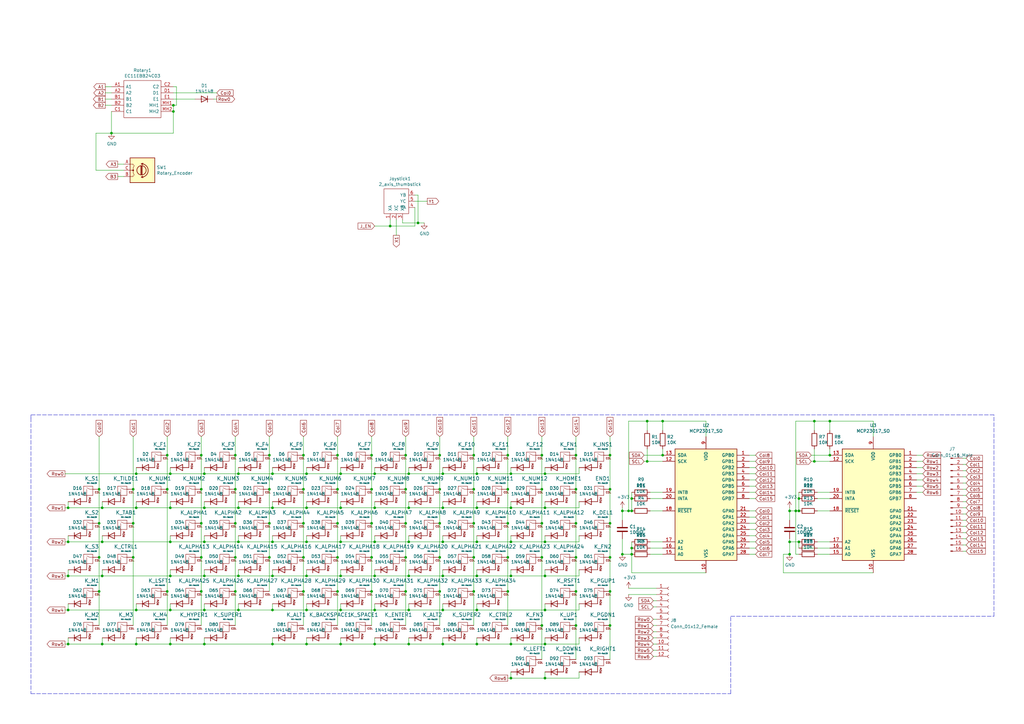
<source format=kicad_sch>
(kicad_sch (version 20211123) (generator eeschema)
  (paper "A3")
  (junction (at 181.61 194.31))
  (junction (at 125.73 222.25))
  (junction (at 194.31 200.66))
  (junction (at 83.82 264.16))
  (junction (at 255.27 227.33))
  (junction (at 166.37 214.63))
  (junction (at 250.19 242.57))
  (junction (at 55.88 194.31))
  (junction (at 259.08 209.55))
  (junction (at 41.91 222.25))
  (junction (at 250.19 200.66))
  (junction (at 139.7 236.22))
  (junction (at 110.49 228.6))
  (junction (at 326.39 209.55))
  (junction (at 167.64 264.16))
  (junction (at 223.52 208.28))
  (junction (at 180.34 242.57))
  (junction (at 209.55 194.31))
  (junction (at 166.37 228.6))
  (junction (at 139.7 194.31))
  (junction (at 96.52 242.57))
  (junction (at 97.79 194.31))
  (junction (at 166.37 242.57))
  (junction (at 27.94 264.16))
  (junction (at 125.73 236.22))
  (junction (at 125.73 208.28))
  (junction (at 27.94 236.22))
  (junction (at 153.67 208.28))
  (junction (at 195.58 222.25))
  (junction (at 259.08 227.33))
  (junction (at 40.64 242.57))
  (junction (at 250.19 186.69))
  (junction (at 181.61 222.25))
  (junction (at 27.94 250.19))
  (junction (at 181.61 250.19))
  (junction (at 83.82 222.25))
  (junction (at 27.94 208.28))
  (junction (at 83.82 208.28))
  (junction (at 96.52 200.66))
  (junction (at 255.27 209.55))
  (junction (at 153.67 264.16))
  (junction (at 111.76 222.25))
  (junction (at 152.4 242.57))
  (junction (at 124.46 228.6))
  (junction (at 41.91 208.28))
  (junction (at 194.31 186.69))
  (junction (at 125.73 250.19))
  (junction (at 223.52 194.31))
  (junction (at 208.28 242.57))
  (junction (at 340.36 172.72))
  (junction (at 54.61 228.6))
  (junction (at 124.46 242.57))
  (junction (at 271.78 186.69))
  (junction (at 111.76 250.19))
  (junction (at 41.91 264.16))
  (junction (at 323.85 227.33))
  (junction (at 167.64 250.19))
  (junction (at 69.85 250.19))
  (junction (at 139.7 250.19))
  (junction (at 27.94 222.25))
  (junction (at 167.64 208.28))
  (junction (at 236.22 228.6))
  (junction (at 55.88 264.16))
  (junction (at 194.31 228.6))
  (junction (at 223.52 264.16))
  (junction (at 181.61 264.16))
  (junction (at 271.78 172.72))
  (junction (at 195.58 236.22))
  (junction (at 82.55 228.6))
  (junction (at 327.66 204.47))
  (junction (at 236.22 242.57))
  (junction (at 45.72 54.61))
  (junction (at 83.82 194.31))
  (junction (at 166.37 200.66))
  (junction (at 208.28 186.69))
  (junction (at 195.58 208.28))
  (junction (at 82.55 214.63))
  (junction (at 83.82 250.19))
  (junction (at 180.34 228.6))
  (junction (at 223.52 236.22))
  (junction (at 223.52 222.25))
  (junction (at 265.43 189.23))
  (junction (at 265.43 172.72))
  (junction (at 110.49 214.63))
  (junction (at 124.46 186.69))
  (junction (at 181.61 208.28))
  (junction (at 223.52 250.19))
  (junction (at 223.52 278.13))
  (junction (at 259.08 204.47))
  (junction (at 54.61 214.63))
  (junction (at 110.49 200.66))
  (junction (at 139.7 222.25))
  (junction (at 209.55 278.13))
  (junction (at 167.64 222.25))
  (junction (at 69.85 208.28))
  (junction (at 327.66 209.55))
  (junction (at 124.46 214.63))
  (junction (at 259.08 224.79))
  (junction (at 153.67 250.19))
  (junction (at 236.22 214.63))
  (junction (at 167.64 194.31))
  (junction (at 222.25 228.6))
  (junction (at 111.76 236.22))
  (junction (at 208.28 200.66))
  (junction (at 82.55 200.66))
  (junction (at 125.73 194.31))
  (junction (at 195.58 264.16))
  (junction (at 111.76 194.31))
  (junction (at 340.36 186.69))
  (junction (at 152.4 200.66))
  (junction (at 68.58 186.69))
  (junction (at 222.25 186.69))
  (junction (at 209.55 222.25))
  (junction (at 40.64 214.63))
  (junction (at 138.43 228.6))
  (junction (at 110.49 186.69))
  (junction (at 250.19 214.63))
  (junction (at 96.52 186.69))
  (junction (at 111.76 264.16))
  (junction (at 236.22 200.66))
  (junction (at 97.79 222.25))
  (junction (at 55.88 208.28))
  (junction (at 40.64 228.6))
  (junction (at 152.4 186.69))
  (junction (at 222.25 200.66))
  (junction (at 139.7 264.16))
  (junction (at 334.01 172.72))
  (junction (at 180.34 214.63))
  (junction (at 208.28 214.63))
  (junction (at 69.85 222.25))
  (junction (at 68.58 200.66))
  (junction (at 160.02 92.71))
  (junction (at 323.85 209.55))
  (junction (at 236.22 256.54))
  (junction (at 257.81 209.55))
  (junction (at 222.25 214.63))
  (junction (at 111.76 208.28))
  (junction (at 41.91 236.22))
  (junction (at 209.55 236.22))
  (junction (at 124.46 200.66))
  (junction (at 97.79 250.19))
  (junction (at 236.22 186.69))
  (junction (at 138.43 200.66))
  (junction (at 153.67 236.22))
  (junction (at 195.58 194.31))
  (junction (at 222.25 256.54))
  (junction (at 152.4 228.6))
  (junction (at 125.73 264.16))
  (junction (at 71.12 45.72))
  (junction (at 194.31 214.63))
  (junction (at 209.55 264.16))
  (junction (at 69.85 194.31))
  (junction (at 167.64 236.22))
  (junction (at 208.28 228.6))
  (junction (at 97.79 236.22))
  (junction (at 96.52 228.6))
  (junction (at 138.43 186.69))
  (junction (at 71.12 43.18))
  (junction (at 139.7 208.28))
  (junction (at 138.43 242.57))
  (junction (at 82.55 186.69))
  (junction (at 327.66 222.25))
  (junction (at 209.55 208.28))
  (junction (at 68.58 242.57))
  (junction (at 323.85 222.25))
  (junction (at 153.67 222.25))
  (junction (at 69.85 264.16))
  (junction (at 194.31 242.57))
  (junction (at 152.4 214.63))
  (junction (at 138.43 214.63))
  (junction (at 54.61 200.66))
  (junction (at 83.82 236.22))
  (junction (at 55.88 250.19))
  (junction (at 250.19 256.54))
  (junction (at 166.37 186.69))
  (junction (at 195.58 250.19))
  (junction (at 69.85 236.22))
  (junction (at 153.67 194.31))
  (junction (at 334.01 189.23))
  (junction (at 250.19 228.6))
  (junction (at 82.55 242.57))
  (junction (at 171.45 91.44))
  (junction (at 40.64 200.66))
  (junction (at 96.52 214.63))
  (junction (at 97.79 208.28))
  (junction (at 181.61 236.22))
  (junction (at 180.34 200.66))
  (junction (at 180.34 186.69))
  (wire (pts (xy 195.58 219.71) (xy 195.58 222.25)))
  (wire (pts (xy 335.28 209.55) (xy 340.36 209.55)))
  (wire (pts (xy 340.36 184.15) (xy 340.36 186.69)))
  (wire (pts (xy 307.34 214.63) (xy 309.88 214.63)))
  (wire (pts (xy 236.22 200.66) (xy 236.22 214.63)))
  (wire (pts (xy 181.61 247.65) (xy 181.61 250.19)))
  (wire (pts (xy 166.37 214.63) (xy 166.37 228.6)))
  (wire (pts (xy 223.52 275.59) (xy 223.52 278.13)))
  (wire (pts (xy 209.55 191.77) (xy 209.55 194.31)))
  (wire (pts (xy 96.52 228.6) (xy 96.52 242.57)))
  (wire (pts (xy 267.97 266.7) (xy 269.24 266.7)))
  (wire (pts (xy 340.36 201.93) (xy 335.28 201.93)))
  (wire (pts (xy 43.18 40.64) (xy 45.72 40.64)))
  (wire (pts (xy 45.72 43.18) (xy 43.18 43.18)))
  (wire (pts (xy 43.18 35.56) (xy 45.72 35.56)))
  (wire (pts (xy 111.76 219.71) (xy 111.76 222.25)))
  (wire (pts (xy 271.78 172.72) (xy 271.78 176.53)))
  (wire (pts (xy 97.79 222.25) (xy 111.76 222.25)))
  (wire (pts (xy 255.27 220.98) (xy 255.27 227.33)))
  (wire (pts (xy 309.88 204.47) (xy 307.34 204.47)))
  (wire (pts (xy 167.64 208.28) (xy 153.67 208.28)))
  (wire (pts (xy 111.76 222.25) (xy 125.73 222.25)))
  (wire (pts (xy 195.58 205.74) (xy 195.58 208.28)))
  (wire (pts (xy 180.34 228.6) (xy 180.34 242.57)))
  (wire (pts (xy 83.82 247.65) (xy 83.82 250.19)))
  (wire (pts (xy 309.88 222.25) (xy 307.34 222.25)))
  (wire (pts (xy 195.58 194.31) (xy 181.61 194.31)))
  (wire (pts (xy 40.64 179.07) (xy 40.64 200.66)))
  (wire (pts (xy 327.66 201.93) (xy 327.66 204.47)))
  (wire (pts (xy 110.49 214.63) (xy 110.49 228.6)))
  (wire (pts (xy 180.34 214.63) (xy 180.34 228.6)))
  (wire (pts (xy 332.74 189.23) (xy 334.01 189.23)))
  (wire (pts (xy 265.43 184.15) (xy 265.43 189.23)))
  (polyline (pts (xy 299.72 284.48) (xy 299.72 252.73)))
  (wire (pts (xy 340.36 172.72) (xy 340.36 176.53)))
  (wire (pts (xy 110.49 200.66) (xy 110.49 214.63)))
  (wire (pts (xy 309.88 194.31) (xy 307.34 194.31)))
  (wire (pts (xy 71.12 45.72) (xy 71.12 54.61)))
  (wire (pts (xy 309.88 212.09) (xy 307.34 212.09)))
  (wire (pts (xy 181.61 194.31) (xy 167.64 194.31)))
  (wire (pts (xy 40.64 200.66) (xy 40.64 214.63)))
  (wire (pts (xy 69.85 191.77) (xy 69.85 194.31)))
  (wire (pts (xy 40.64 228.6) (xy 40.64 242.57)))
  (wire (pts (xy 166.37 242.57) (xy 166.37 256.54)))
  (wire (pts (xy 139.7 191.77) (xy 139.7 194.31)))
  (wire (pts (xy 139.7 194.31) (xy 125.73 194.31)))
  (wire (pts (xy 236.22 214.63) (xy 236.22 228.6)))
  (wire (pts (xy 139.7 222.25) (xy 153.67 222.25)))
  (wire (pts (xy 208.28 228.6) (xy 208.28 242.57)))
  (wire (pts (xy 321.31 234.95) (xy 358.14 234.95)))
  (wire (pts (xy 97.79 191.77) (xy 97.79 194.31)))
  (wire (pts (xy 307.34 201.93) (xy 309.88 201.93)))
  (wire (pts (xy 394.97 203.2) (xy 396.24 203.2)))
  (wire (pts (xy 167.64 250.19) (xy 153.67 250.19)))
  (wire (pts (xy 194.31 186.69) (xy 194.31 200.66)))
  (wire (pts (xy 195.58 247.65) (xy 195.58 250.19)))
  (wire (pts (xy 167.64 261.62) (xy 167.64 264.16)))
  (wire (pts (xy 166.37 200.66) (xy 166.37 214.63)))
  (wire (pts (xy 326.39 227.33) (xy 327.66 227.33)))
  (wire (pts (xy 332.74 186.69) (xy 340.36 186.69)))
  (wire (pts (xy 167.64 222.25) (xy 181.61 222.25)))
  (wire (pts (xy 223.52 236.22) (xy 209.55 236.22)))
  (wire (pts (xy 271.78 184.15) (xy 271.78 186.69)))
  (wire (pts (xy 153.67 261.62) (xy 153.67 264.16)))
  (wire (pts (xy 326.39 209.55) (xy 327.66 209.55)))
  (polyline (pts (xy 407.67 252.73) (xy 407.67 170.18)))
  (wire (pts (xy 170.18 92.71) (xy 160.02 92.71)))
  (wire (pts (xy 27.94 222.25) (xy 26.67 222.25)))
  (wire (pts (xy 181.61 261.62) (xy 181.61 264.16)))
  (wire (pts (xy 394.97 193.04) (xy 396.24 193.04)))
  (polyline (pts (xy 12.7 284.48) (xy 299.72 284.48)))
  (wire (pts (xy 259.08 204.47) (xy 259.08 209.55)))
  (wire (pts (xy 259.08 224.79) (xy 259.08 227.33)))
  (wire (pts (xy 209.55 219.71) (xy 209.55 222.25)))
  (wire (pts (xy 111.76 247.65) (xy 111.76 250.19)))
  (wire (pts (xy 394.97 226.06) (xy 396.24 226.06)))
  (wire (pts (xy 160.02 92.71) (xy 160.02 90.17)))
  (wire (pts (xy 97.79 219.71) (xy 97.79 222.25)))
  (wire (pts (xy 309.88 189.23) (xy 307.34 189.23)))
  (wire (pts (xy 358.14 172.72) (xy 358.14 179.07)))
  (wire (pts (xy 41.91 222.25) (xy 69.85 222.25)))
  (wire (pts (xy 195.58 233.68) (xy 195.58 236.22)))
  (wire (pts (xy 125.73 222.25) (xy 139.7 222.25)))
  (wire (pts (xy 394.97 210.82) (xy 396.24 210.82)))
  (wire (pts (xy 375.92 191.77) (xy 378.46 191.77)))
  (wire (pts (xy 266.7 204.47) (xy 271.78 204.47)))
  (wire (pts (xy 334.01 172.72) (xy 340.36 172.72)))
  (wire (pts (xy 96.52 200.66) (xy 96.52 214.63)))
  (wire (pts (xy 375.92 196.85) (xy 378.46 196.85)))
  (wire (pts (xy 110.49 228.6) (xy 110.49 242.57)))
  (wire (pts (xy 259.08 234.95) (xy 259.08 227.33)))
  (wire (pts (xy 181.61 233.68) (xy 181.61 236.22)))
  (wire (pts (xy 237.49 278.13) (xy 223.52 278.13)))
  (wire (pts (xy 223.52 261.62) (xy 223.52 264.16)))
  (wire (pts (xy 223.52 278.13) (xy 209.55 278.13)))
  (wire (pts (xy 54.61 228.6) (xy 54.61 256.54)))
  (wire (pts (xy 307.34 186.69) (xy 309.88 186.69)))
  (wire (pts (xy 124.46 242.57) (xy 124.46 256.54)))
  (wire (pts (xy 54.61 200.66) (xy 54.61 214.63)))
  (wire (pts (xy 307.34 196.85) (xy 309.88 196.85)))
  (wire (pts (xy 222.25 228.6) (xy 222.25 256.54)))
  (wire (pts (xy 171.45 91.44) (xy 173.99 91.44)))
  (wire (pts (xy 83.82 222.25) (xy 97.79 222.25)))
  (wire (pts (xy 307.34 209.55) (xy 309.88 209.55)))
  (wire (pts (xy 236.22 242.57) (xy 236.22 256.54)))
  (wire (pts (xy 153.67 222.25) (xy 167.64 222.25)))
  (wire (pts (xy 378.46 194.31) (xy 375.92 194.31)))
  (wire (pts (xy 69.85 264.16) (xy 55.88 264.16)))
  (wire (pts (xy 264.16 186.69) (xy 271.78 186.69)))
  (wire (pts (xy 237.49 275.59) (xy 237.49 278.13)))
  (wire (pts (xy 180.34 200.66) (xy 180.34 214.63)))
  (wire (pts (xy 45.72 45.72) (xy 45.72 54.61)))
  (wire (pts (xy 209.55 278.13) (xy 208.28 278.13)))
  (wire (pts (xy 27.94 219.71) (xy 27.94 222.25)))
  (wire (pts (xy 153.67 233.68) (xy 153.67 236.22)))
  (wire (pts (xy 250.19 179.07) (xy 250.19 186.69)))
  (wire (pts (xy 125.73 250.19) (xy 111.76 250.19)))
  (wire (pts (xy 55.88 261.62) (xy 55.88 264.16)))
  (wire (pts (xy 69.85 222.25) (xy 83.82 222.25)))
  (wire (pts (xy 266.7 209.55) (xy 271.78 209.55)))
  (wire (pts (xy 153.67 191.77) (xy 153.67 194.31)))
  (wire (pts (xy 223.52 194.31) (xy 209.55 194.31)))
  (wire (pts (xy 50.8 69.85) (xy 39.37 69.85)))
  (wire (pts (xy 328.93 224.79) (xy 334.01 224.79)))
  (wire (pts (xy 152.4 228.6) (xy 152.4 242.57)))
  (wire (pts (xy 323.85 209.55) (xy 323.85 208.28)))
  (wire (pts (xy 167.64 233.68) (xy 167.64 236.22)))
  (wire (pts (xy 237.49 208.28) (xy 223.52 208.28)))
  (wire (pts (xy 208.28 242.57) (xy 208.28 256.54)))
  (wire (pts (xy 41.91 264.16) (xy 27.94 264.16)))
  (wire (pts (xy 83.82 261.62) (xy 83.82 264.16)))
  (wire (pts (xy 83.82 205.74) (xy 83.82 208.28)))
  (wire (pts (xy 83.82 208.28) (xy 69.85 208.28)))
  (wire (pts (xy 55.88 205.74) (xy 55.88 208.28)))
  (wire (pts (xy 394.97 208.28) (xy 396.24 208.28)))
  (wire (pts (xy 259.08 201.93) (xy 259.08 204.47)))
  (wire (pts (xy 222.25 256.54) (xy 222.25 270.51)))
  (wire (pts (xy 83.82 233.68) (xy 83.82 236.22)))
  (wire (pts (xy 27.94 222.25) (xy 41.91 222.25)))
  (wire (pts (xy 27.94 208.28) (xy 41.91 208.28)))
  (wire (pts (xy 223.52 264.16) (xy 237.49 264.16)))
  (wire (pts (xy 209.55 264.16) (xy 223.52 264.16)))
  (wire (pts (xy 82.55 242.57) (xy 82.55 256.54)))
  (wire (pts (xy 41.91 205.74) (xy 41.91 208.28)))
  (wire (pts (xy 194.31 214.63) (xy 194.31 228.6)))
  (wire (pts (xy 83.82 250.19) (xy 69.85 250.19)))
  (wire (pts (xy 181.61 250.19) (xy 167.64 250.19)))
  (wire (pts (xy 138.43 179.07) (xy 138.43 186.69)))
  (wire (pts (xy 194.31 200.66) (xy 194.31 214.63)))
  (wire (pts (xy 267.97 261.62) (xy 269.24 261.62)))
  (wire (pts (xy 259.08 222.25) (xy 259.08 224.79)))
  (wire (pts (xy 97.79 205.74) (xy 97.79 208.28)))
  (wire (pts (xy 68.58 179.07) (xy 68.58 186.69)))
  (wire (pts (xy 378.46 199.39) (xy 375.92 199.39)))
  (wire (pts (xy 111.76 264.16) (xy 83.82 264.16)))
  (wire (pts (xy 266.7 227.33) (xy 271.78 227.33)))
  (wire (pts (xy 69.85 208.28) (xy 55.88 208.28)))
  (wire (pts (xy 97.79 247.65) (xy 97.79 250.19)))
  (wire (pts (xy 55.88 194.31) (xy 55.88 191.77)))
  (wire (pts (xy 194.31 242.57) (xy 194.31 256.54)))
  (wire (pts (xy 153.67 247.65) (xy 153.67 250.19)))
  (wire (pts (xy 222.25 200.66) (xy 222.25 214.63)))
  (wire (pts (xy 111.76 261.62) (xy 111.76 264.16)))
  (wire (pts (xy 41.91 261.62) (xy 41.91 264.16)))
  (wire (pts (xy 167.64 194.31) (xy 153.67 194.31)))
  (wire (pts (xy 267.97 269.24) (xy 269.24 269.24)))
  (wire (pts (xy 41.91 236.22) (xy 27.94 236.22)))
  (wire (pts (xy 394.97 198.12) (xy 396.24 198.12)))
  (wire (pts (xy 195.58 261.62) (xy 195.58 264.16)))
  (wire (pts (xy 255.27 209.55) (xy 257.81 209.55)))
  (wire (pts (xy 237.49 191.77) (xy 237.49 194.31)))
  (wire (pts (xy 138.43 214.63) (xy 138.43 228.6)))
  (wire (pts (xy 180.34 179.07) (xy 180.34 186.69)))
  (wire (pts (xy 222.25 186.69) (xy 222.25 179.07)))
  (wire (pts (xy 271.78 172.72) (xy 289.56 172.72)))
  (wire (pts (xy 323.85 222.25) (xy 323.85 227.33)))
  (wire (pts (xy 97.79 233.68) (xy 97.79 236.22)))
  (wire (pts (xy 125.73 264.16) (xy 111.76 264.16)))
  (wire (pts (xy 375.92 186.69) (xy 378.46 186.69)))
  (wire (pts (xy 162.56 90.17) (xy 162.56 96.52)))
  (wire (pts (xy 82.55 186.69) (xy 82.55 200.66)))
  (wire (pts (xy 257.81 209.55) (xy 259.08 209.55)))
  (wire (pts (xy 181.61 191.77) (xy 181.61 194.31)))
  (wire (pts (xy 323.85 209.55) (xy 326.39 209.55)))
  (wire (pts (xy 255.27 209.55) (xy 255.27 213.36)))
  (wire (pts (xy 138.43 228.6) (xy 138.43 242.57)))
  (wire (pts (xy 167.64 205.74) (xy 167.64 208.28)))
  (wire (pts (xy 125.73 236.22) (xy 111.76 236.22)))
  (wire (pts (xy 68.58 200.66) (xy 68.58 242.57)))
  (wire (pts (xy 41.91 219.71) (xy 41.91 222.25)))
  (wire (pts (xy 171.45 80.01) (xy 170.18 80.01)))
  (wire (pts (xy 125.73 247.65) (xy 125.73 250.19)))
  (wire (pts (xy 257.81 172.72) (xy 265.43 172.72)))
  (wire (pts (xy 83.82 219.71) (xy 83.82 222.25)))
  (wire (pts (xy 171.45 91.44) (xy 171.45 80.01)))
  (wire (pts (xy 209.55 222.25) (xy 223.52 222.25)))
  (wire (pts (xy 111.76 191.77) (xy 111.76 194.31)))
  (wire (pts (xy 71.12 54.61) (xy 45.72 54.61)))
  (wire (pts (xy 125.73 233.68) (xy 125.73 236.22)))
  (wire (pts (xy 125.73 219.71) (xy 125.73 222.25)))
  (polyline (pts (xy 12.7 171.45) (xy 12.7 284.48)))
  (wire (pts (xy 307.34 224.79) (xy 309.88 224.79)))
  (wire (pts (xy 236.22 186.69) (xy 236.22 200.66)))
  (wire (pts (xy 340.36 172.72) (xy 358.14 172.72)))
  (wire (pts (xy 394.97 200.66) (xy 396.24 200.66)))
  (wire (pts (xy 223.52 208.28) (xy 209.55 208.28)))
  (wire (pts (xy 237.49 222.25) (xy 237.49 219.71)))
  (wire (pts (xy 153.67 92.71) (xy 160.02 92.71)))
  (wire (pts (xy 153.67 236.22) (xy 139.7 236.22)))
  (wire (pts (xy 257.81 172.72) (xy 257.81 209.55)))
  (wire (pts (xy 394.97 205.74) (xy 396.24 205.74)))
  (wire (pts (xy 96.52 179.07) (xy 96.52 186.69)))
  (wire (pts (xy 323.85 227.33) (xy 321.31 227.33)))
  (wire (pts (xy 69.85 247.65) (xy 69.85 250.19)))
  (wire (pts (xy 181.61 222.25) (xy 195.58 222.25)))
  (wire (pts (xy 267.97 264.16) (xy 269.24 264.16)))
  (wire (pts (xy 97.79 250.19) (xy 83.82 250.19)))
  (wire (pts (xy 139.7 208.28) (xy 125.73 208.28)))
  (wire (pts (xy 335.28 222.25) (xy 340.36 222.25)))
  (wire (pts (xy 326.39 172.72) (xy 326.39 209.55)))
  (wire (pts (xy 195.58 208.28) (xy 181.61 208.28)))
  (wire (pts (xy 265.43 172.72) (xy 271.78 172.72)))
  (wire (pts (xy 309.88 217.17) (xy 307.34 217.17)))
  (wire (pts (xy 153.67 208.28) (xy 139.7 208.28)))
  (wire (pts (xy 323.85 220.98) (xy 323.85 222.25)))
  (wire (pts (xy 394.97 187.96) (xy 396.24 187.96)))
  (wire (pts (xy 165.1 90.17) (xy 165.1 91.44)))
  (wire (pts (xy 69.85 250.19) (xy 55.88 250.19)))
  (wire (pts (xy 124.46 186.69) (xy 124.46 200.66)))
  (wire (pts (xy 139.7 219.71) (xy 139.7 222.25)))
  (wire (pts (xy 208.28 186.69) (xy 208.28 200.66)))
  (wire (pts (xy 152.4 214.63) (xy 152.4 228.6)))
  (wire (pts (xy 153.67 250.19) (xy 139.7 250.19)))
  (wire (pts (xy 111.76 194.31) (xy 97.79 194.31)))
  (wire (pts (xy 40.64 242.57) (xy 40.64 256.54)))
  (wire (pts (xy 71.12 35.56) (xy 72.39 35.56)))
  (wire (pts (xy 96.52 214.63) (xy 96.52 228.6)))
  (wire (pts (xy 167.64 264.16) (xy 153.67 264.16)))
  (wire (pts (xy 180.34 186.69) (xy 180.34 200.66)))
  (wire (pts (xy 87.63 40.64) (xy 88.9 40.64)))
  (wire (pts (xy 139.7 233.68) (xy 139.7 236.22)))
  (wire (pts (xy 111.76 205.74) (xy 111.76 208.28)))
  (wire (pts (xy 237.49 205.74) (xy 237.49 208.28)))
  (wire (pts (xy 257.81 241.3) (xy 269.24 241.3)))
  (wire (pts (xy 266.7 224.79) (xy 271.78 224.79)))
  (wire (pts (xy 165.1 91.44) (xy 171.45 91.44)))
  (wire (pts (xy 327.66 222.25) (xy 327.66 224.79)))
  (wire (pts (xy 27.94 236.22) (xy 26.67 236.22)))
  (wire (pts (xy 55.88 247.65) (xy 55.88 250.19)))
  (wire (pts (xy 326.39 209.55) (xy 326.39 227.33)))
  (wire (pts (xy 124.46 214.63) (xy 124.46 228.6)))
  (wire (pts (xy 54.61 179.07) (xy 54.61 200.66)))
  (wire (pts (xy 48.26 72.39) (xy 50.8 72.39)))
  (wire (pts (xy 289.56 172.72) (xy 289.56 179.07)))
  (wire (pts (xy 181.61 264.16) (xy 167.64 264.16)))
  (wire (pts (xy 83.82 236.22) (xy 69.85 236.22)))
  (wire (pts (xy 153.67 205.74) (xy 153.67 208.28)))
  (wire (pts (xy 97.79 194.31) (xy 83.82 194.31)))
  (wire (pts (xy 307.34 219.71) (xy 309.88 219.71)))
  (wire (pts (xy 152.4 242.57) (xy 152.4 256.54)))
  (wire (pts (xy 111.76 236.22) (xy 97.79 236.22)))
  (wire (pts (xy 96.52 186.69) (xy 96.52 200.66)))
  (wire (pts (xy 181.61 236.22) (xy 167.64 236.22)))
  (wire (pts (xy 83.82 194.31) (xy 69.85 194.31)))
  (polyline (pts (xy 299.72 252.73) (xy 407.67 252.73)))
  (wire (pts (xy 82.55 228.6) (xy 82.55 242.57)))
  (wire (pts (xy 208.28 200.66) (xy 208.28 214.63)))
  (wire (pts (xy 166.37 179.07) (xy 166.37 186.69)))
  (wire (pts (xy 209.55 261.62) (xy 209.55 264.16)))
  (wire (pts (xy 43.18 38.1) (xy 45.72 38.1)))
  (wire (pts (xy 97.79 208.28) (xy 83.82 208.28)))
  (wire (pts (xy 208.28 214.63) (xy 208.28 228.6)))
  (wire (pts (xy 267.97 256.54) (xy 269.24 256.54)))
  (wire (pts (xy 97.79 236.22) (xy 83.82 236.22)))
  (wire (pts (xy 68.58 242.57) (xy 68.58 256.54)))
  (wire (pts (xy 55.88 208.28) (xy 41.91 208.28)))
  (wire (pts (xy 267.97 259.08) (xy 269.24 259.08)))
  (wire (pts (xy 139.7 236.22) (xy 125.73 236.22)))
  (wire (pts (xy 222.25 214.63) (xy 222.25 228.6)))
  (polyline (pts (xy 12.7 170.18) (xy 12.7 171.45)))
  (wire (pts (xy 236.22 179.07) (xy 236.22 186.69)))
  (wire (pts (xy 153.67 264.16) (xy 139.7 264.16)))
  (wire (pts (xy 209.55 194.31) (xy 195.58 194.31)))
  (wire (pts (xy 236.22 228.6) (xy 236.22 242.57)))
  (wire (pts (xy 195.58 264.16) (xy 181.61 264.16)))
  (wire (pts (xy 138.43 200.66) (xy 138.43 214.63)))
  (wire (pts (xy 69.85 261.62) (xy 69.85 264.16)))
  (wire (pts (xy 72.39 35.56) (xy 72.39 43.18)))
  (wire (pts (xy 237.49 236.22) (xy 237.49 233.68)))
  (wire (pts (xy 223.52 233.68) (xy 223.52 236.22)))
  (wire (pts (xy 125.73 194.31) (xy 111.76 194.31)))
  (wire (pts (xy 267.97 248.92) (xy 269.24 248.92)))
  (wire (pts (xy 139.7 261.62) (xy 139.7 264.16)))
  (wire (pts (xy 27.94 264.16) (xy 27.94 261.62)))
  (wire (pts (xy 71.12 40.64) (xy 80.01 40.64)))
  (wire (pts (xy 124.46 200.66) (xy 124.46 214.63)))
  (wire (pts (xy 257.81 243.84) (xy 269.24 243.84)))
  (wire (pts (xy 266.7 222.25) (xy 271.78 222.25)))
  (wire (pts (xy 26.67 208.28) (xy 27.94 208.28)))
  (wire (pts (xy 309.88 199.39) (xy 307.34 199.39)))
  (wire (pts (xy 83.82 264.16) (xy 69.85 264.16)))
  (wire (pts (xy 250.19 256.54) (xy 250.19 270.51)))
  (wire (pts (xy 69.85 205.74) (xy 69.85 208.28)))
  (wire (pts (xy 237.49 194.31) (xy 223.52 194.31)))
  (wire (pts (xy 209.55 208.28) (xy 195.58 208.28)))
  (wire (pts (xy 326.39 172.72) (xy 334.01 172.72)))
  (wire (pts (xy 195.58 222.25) (xy 209.55 222.25)))
  (wire (pts (xy 139.7 264.16) (xy 125.73 264.16)))
  (wire (pts (xy 255.27 209.55) (xy 255.27 208.28)))
  (wire (pts (xy 55.88 264.16) (xy 41.91 264.16)))
  (wire (pts (xy 394.97 220.98) (xy 396.24 220.98)))
  (wire (pts (xy 375.92 201.93) (xy 378.46 201.93)))
  (wire (pts (xy 54.61 214.63) (xy 54.61 228.6)))
  (wire (pts (xy 69.85 233.68) (xy 69.85 236.22)))
  (wire (pts (xy 26.67 264.16) (xy 27.94 264.16)))
  (wire (pts (xy 111.76 233.68) (xy 111.76 236.22)))
  (wire (pts (xy 111.76 208.28) (xy 97.79 208.28)))
  (wire (pts (xy 27.94 208.28) (xy 27.94 205.74)))
  (wire (pts (xy 152.4 179.07) (xy 152.4 186.69)))
  (wire (pts (xy 153.67 194.31) (xy 139.7 194.31)))
  (wire (pts (xy 39.37 69.85) (xy 39.37 54.61)))
  (wire (pts (xy 334.01 176.53) (xy 334.01 172.72)))
  (wire (pts (xy 170.18 85.09) (xy 170.18 92.71)))
  (wire (pts (xy 111.76 250.19) (xy 97.79 250.19)))
  (wire (pts (xy 267.97 246.38) (xy 269.24 246.38)))
  (wire (pts (xy 139.7 247.65) (xy 139.7 250.19)))
  (wire (pts (xy 264.16 189.23) (xy 265.43 189.23)))
  (wire (pts (xy 394.97 215.9) (xy 396.24 215.9)))
  (wire (pts (xy 394.97 195.58) (xy 396.24 195.58)))
  (wire (pts (xy 69.85 219.71) (xy 69.85 222.25)))
  (wire (pts (xy 167.64 247.65) (xy 167.64 250.19)))
  (wire (pts (xy 55.88 194.31) (xy 26.67 194.31)))
  (wire (pts (xy 394.97 218.44) (xy 396.24 218.44)))
  (wire (pts (xy 194.31 179.07) (xy 194.31 186.69)))
  (wire (pts (xy 209.55 233.68) (xy 209.55 236.22)))
  (wire (pts (xy 71.12 38.1) (xy 88.9 38.1)))
  (wire (pts (xy 55.88 250.19) (xy 27.94 250.19)))
  (wire (pts (xy 27.94 236.22) (xy 27.94 233.68)))
  (wire (pts (xy 223.52 191.77) (xy 223.52 194.31)))
  (wire (pts (xy 265.43 189.23) (xy 271.78 189.23)))
  (wire (pts (xy 82.55 179.07) (xy 82.55 186.69)))
  (wire (pts (xy 195.58 250.19) (xy 181.61 250.19)))
  (wire (pts (xy 27.94 250.19) (xy 27.94 247.65)))
  (wire (pts (xy 223.52 247.65) (xy 223.52 250.19)))
  (wire (pts (xy 289.56 234.95) (xy 259.08 234.95)))
  (wire (pts (xy 236.22 256.54) (xy 236.22 270.51)))
  (wire (pts (xy 208.28 179.07) (xy 208.28 186.69)))
  (wire (pts (xy 82.55 214.63) (xy 82.55 228.6)))
  (wire (pts (xy 195.58 191.77) (xy 195.58 194.31)))
  (wire (pts (xy 69.85 236.22) (xy 41.91 236.22)))
  (wire (pts (xy 209.55 278.13) (xy 209.55 275.59)))
  (wire (pts (xy 125.73 261.62) (xy 125.73 264.16)))
  (wire (pts (xy 250.19 200.66) (xy 250.19 214.63)))
  (wire (pts (xy 237.49 247.65) (xy 237.49 250.19)))
  (wire (pts (xy 209.55 236.22) (xy 195.58 236.22)))
  (wire (pts (xy 82.55 200.66) (xy 82.55 214.63)))
  (wire (pts (xy 181.61 219.71) (xy 181.61 222.25)))
  (wire (pts (xy 68.58 186.69) (xy 68.58 200.66)))
  (wire (pts (xy 50.8 67.31) (xy 48.26 67.31)))
  (wire (pts (xy 323.85 222.25) (xy 327.66 222.25)))
  (wire (pts (xy 26.67 250.19) (xy 27.94 250.19)))
  (wire (pts (xy 139.7 250.19) (xy 125.73 250.19)))
  (wire (pts (xy 250.19 242.57) (xy 250.19 256.54)))
  (wire (pts (xy 180.34 242.57) (xy 180.34 256.54)))
  (wire (pts (xy 259.08 227.33) (xy 255.27 227.33)))
  (wire (pts (xy 321.31 227.33) (xy 321.31 234.95)))
  (wire (pts (xy 40.64 214.63) (xy 40.64 228.6)))
  (wire (pts (xy 181.61 205.74) (xy 181.61 208.28)))
  (wire (pts (xy 167.64 191.77) (xy 167.64 194.31)))
  (wire (pts (xy 170.18 82.55) (xy 175.26 82.55)))
  (wire (pts (xy 152.4 186.69) (xy 152.4 200.66)))
  (wire (pts (xy 323.85 209.55) (xy 323.85 213.36)))
  (wire (pts (xy 83.82 191.77) (xy 83.82 194.31)))
  (wire (pts (xy 139.7 205.74) (xy 139.7 208.28)))
  (wire (pts (xy 195.58 236.22) (xy 181.61 236.22)))
  (wire (pts (xy 152.4 200.66) (xy 152.4 214.63)))
  (wire (pts (xy 166.37 228.6) (xy 166.37 242.57)))
  (wire (pts (xy 181.61 208.28) (xy 167.64 208.28)))
  (wire (pts (xy 69.85 194.31) (xy 55.88 194.31)))
  (wire (pts (xy 237.49 250.19) (xy 223.52 250.19)))
  (wire (pts (xy 327.66 204.47) (xy 327.66 209.55)))
  (wire (pts (xy 334.01 184.15) (xy 334.01 189.23)))
  (wire (pts (xy 209.55 264.16) (xy 195.58 264.16)))
  (wire (pts (xy 335.28 227.33) (xy 340.36 227.33)))
  (wire (pts (xy 209.55 205.74) (xy 209.55 208.28)))
  (wire (pts (xy 124.46 179.07) (xy 124.46 186.69)))
  (wire (pts (xy 237.49 261.62) (xy 237.49 264.16)))
  (wire (pts (xy 72.39 43.18) (xy 71.12 43.18)))
  (wire (pts (xy 124.46 228.6) (xy 124.46 242.57)))
  (wire (pts (xy 153.67 219.71) (xy 153.67 222.25)))
  (wire (pts (xy 378.46 189.23) (xy 375.92 189.23)))
  (polyline (pts (xy 407.67 170.18) (xy 12.7 170.18)))
  (wire (pts (xy 271.78 201.93) (xy 266.7 201.93)))
  (wire (pts (xy 250.19 186.69) (xy 250.19 200.66)))
  (wire (pts (xy 250.19 214.63) (xy 250.19 228.6)))
  (wire (pts (xy 125.73 205.74) (xy 125.73 208.28)))
  (wire (pts (xy 223.52 205.74) (xy 223.52 208.28)))
  (wire (pts (xy 335.28 204.47) (xy 340.36 204.47)))
  (wire (pts (xy 125.73 191.77) (xy 125.73 194.31)))
  (wire (pts (xy 167.64 219.71) (xy 167.64 222.25)))
  (wire (pts (xy 223.52 250.19) (xy 195.58 250.19)))
  (wire (pts (xy 41.91 233.68) (xy 41.91 236.22)))
  (wire (pts (xy 237.49 236.22) (xy 223.52 236.22)))
  (wire (pts (xy 223.52 219.71) (xy 223.52 222.25)))
  (wire (pts (xy 39.37 54.61) (xy 45.72 54.61)))
  (wire (pts (xy 110.49 186.69) (xy 110.49 200.66)))
  (wire (pts (xy 307.34 191.77) (xy 309.88 191.77)))
  (wire (pts (xy 71.12 43.18) (xy 71.12 45.72)))
  (wire (pts (xy 222.25 186.69) (xy 222.25 200.66)))
  (wire (pts (xy 125.73 208.28) (xy 111.76 208.28)))
  (wire (pts (xy 394.97 223.52) (xy 396.24 223.52)))
  (wire (pts (xy 394.97 213.36) (xy 396.24 213.36)))
  (wire (pts (xy 267.97 254) (xy 269.24 254)))
  (wire (pts (xy 138.43 186.69) (xy 138.43 200.66)))
  (wire (pts (xy 265.43 176.53) (xy 265.43 172.72)))
  (wire (pts (xy 138.43 242.57) (xy 138.43 256.54)))
  (wire (pts (xy 394.97 190.5) (xy 396.24 190.5)))
  (wire (pts (xy 223.52 222.25) (xy 237.49 222.25)))
  (wire (pts (xy 335.28 224.79) (xy 340.36 224.79)))
  (wire (pts (xy 334.01 189.23) (xy 340.36 189.23)))
  (wire (pts (xy 250.19 228.6) (xy 250.19 242.57)))
  (wire (pts (xy 166.37 186.69) (xy 166.37 200.66)))
  (wire (pts (xy 309.88 227.33) (xy 307.34 227.33)))
  (wire (pts (xy 167.64 236.22) (xy 153.67 236.22)))
  (wire (pts (xy 96.52 242.57) (xy 96.52 256.54)))
  (wire (pts (xy 194.31 228.6) (xy 194.31 242.57)))
  (wire (pts (xy 110.49 179.07) (xy 110.49 186.69)))
  (global_label "Col14" (shape input) (at 236.22 179.07 90) (property "Intersheet References" "${INTERSHEET_REFS}" (effects hide)))
  (global_label "Row3" (shape input) (at 267.97 261.62 180) (property "Intersheet References" "${INTERSHEET_REFS}" (effects hide)))
  (global_label "Row4" (shape input) (at 378.46 196.85 0) (property "Intersheet References" "${INTERSHEET_REFS}" (effects hide)))
  (global_label "Col5" (shape input) (at 309.88 222.25 0) (property "Intersheet References" "${INTERSHEET_REFS}" (effects hide)))
  (global_label "Col13" (shape input) (at 309.88 199.39 0) (property "Intersheet References" "${INTERSHEET_REFS}" (effects hide)))
  (global_label "Col11" (shape input) (at 396.24 215.9 0) (property "Intersheet References" "${INTERSHEET_REFS}" (effects hide)))
  (global_label "Col5" (shape input) (at 396.24 200.66 0) (property "Intersheet References" "${INTERSHEET_REFS}" (effects hide)))
  (global_label "Col4" (shape input) (at 396.24 198.12 0) (property "Intersheet References" "${INTERSHEET_REFS}" (effects hide)))
  (global_label "Row3" (shape output) (at 26.67 236.22 180) (property "Intersheet References" "${INTERSHEET_REFS}" (effects hide)))
  (global_label "Col1" (shape input) (at 309.88 212.09 0) (property "Intersheet References" "${INTERSHEET_REFS}" (effects hide)))
  (global_label "X1" (shape output) (at 162.56 96.52 270) (property "Intersheet References" "${INTERSHEET_REFS}" (effects hide)))
  (global_label "Col14" (shape input) (at 396.24 223.52 0) (property "Intersheet References" "${INTERSHEET_REFS}" (effects hide)))
  (global_label "Col8" (shape input) (at 152.4 179.07 90) (property "Intersheet References" "${INTERSHEET_REFS}" (effects hide)))
  (global_label "Row5" (shape input) (at 378.46 199.39 0) (property "Intersheet References" "${INTERSHEET_REFS}" (effects hide)))
  (global_label "SCL" (shape input) (at 332.74 189.23 180) (property "Intersheet References" "${INTERSHEET_REFS}" (effects hide)))
  (global_label "Row0" (shape input) (at 267.97 254 180) (property "Intersheet References" "${INTERSHEET_REFS}" (effects hide)))
  (global_label "Row0" (shape output) (at 26.67 194.31 180) (property "Intersheet References" "${INTERSHEET_REFS}" (effects hide)))
  (global_label "Col0" (shape input) (at 396.24 187.96 0) (property "Intersheet References" "${INTERSHEET_REFS}" (effects hide)))
  (global_label "Col3" (shape input) (at 396.24 195.58 0) (property "Intersheet References" "${INTERSHEET_REFS}" (effects hide)))
  (global_label "Row5" (shape input) (at 267.97 266.7 180) (property "Intersheet References" "${INTERSHEET_REFS}" (effects hide)))
  (global_label "Col3" (shape input) (at 309.88 217.17 0) (property "Intersheet References" "${INTERSHEET_REFS}" (effects hide)))
  (global_label "J_EN" (shape input) (at 153.67 92.71 180) (property "Intersheet References" "${INTERSHEET_REFS}" (effects hide)))
  (global_label "Y1" (shape output) (at 175.26 82.55 0) (property "Intersheet References" "${INTERSHEET_REFS}" (effects hide)))
  (global_label "Row1" (shape input) (at 378.46 189.23 0) (property "Intersheet References" "${INTERSHEET_REFS}" (effects hide)))
  (global_label "A2" (shape output) (at 43.18 38.1 180) (property "Intersheet References" "${INTERSHEET_REFS}" (effects hide)))
  (global_label "Col9" (shape input) (at 166.37 179.07 90) (property "Intersheet References" "${INTERSHEET_REFS}" (effects hide)))
  (global_label "Col0" (shape input) (at 40.64 179.07 90) (property "Intersheet References" "${INTERSHEET_REFS}" (effects hide)))
  (global_label "Row1" (shape output) (at 26.67 208.28 180) (property "Intersheet References" "${INTERSHEET_REFS}" (effects hide)))
  (global_label "Col15" (shape input) (at 396.24 226.06 0) (property "Intersheet References" "${INTERSHEET_REFS}" (effects hide)))
  (global_label "Row0" (shape output) (at 88.9 40.64 0) (property "Intersheet References" "${INTERSHEET_REFS}" (effects hide)))
  (global_label "Col5" (shape input) (at 110.49 179.07 90) (property "Intersheet References" "${INTERSHEET_REFS}" (effects hide)))
  (global_label "Col2" (shape input) (at 68.58 179.07 90) (property "Intersheet References" "${INTERSHEET_REFS}" (effects hide)))
  (global_label "Col3" (shape input) (at 82.55 179.07 90) (property "Intersheet References" "${INTERSHEET_REFS}" (effects hide)))
  (global_label "Col13" (shape input) (at 396.24 220.98 0) (property "Intersheet References" "${INTERSHEET_REFS}" (effects hide)))
  (global_label "Row2" (shape input) (at 267.97 259.08 180) (property "Intersheet References" "${INTERSHEET_REFS}" (effects hide)))
  (global_label "Row2" (shape input) (at 378.46 191.77 0) (property "Intersheet References" "${INTERSHEET_REFS}" (effects hide)))
  (global_label "SDA" (shape input) (at 267.97 246.38 180) (property "Intersheet References" "${INTERSHEET_REFS}" (effects hide)))
  (global_label "Row4" (shape input) (at 267.97 264.16 180) (property "Intersheet References" "${INTERSHEET_REFS}" (effects hide)))
  (global_label "Row6" (shape input) (at 378.46 201.93 0) (property "Intersheet References" "${INTERSHEET_REFS}" (effects hide)))
  (global_label "Col2" (shape input) (at 396.24 193.04 0) (property "Intersheet References" "${INTERSHEET_REFS}" (effects hide)))
  (global_label "Col6" (shape input) (at 309.88 224.79 0) (property "Intersheet References" "${INTERSHEET_REFS}" (effects hide)))
  (global_label "Col11" (shape input) (at 309.88 194.31 0) (property "Intersheet References" "${INTERSHEET_REFS}" (effects hide)))
  (global_label "Col8" (shape input) (at 309.88 186.69 0) (property "Intersheet References" "${INTERSHEET_REFS}" (effects hide)))
  (global_label "B3" (shape output) (at 48.26 72.39 180) (property "Intersheet References" "${INTERSHEET_REFS}" (effects hide)))
  (global_label "Col9" (shape input) (at 396.24 210.82 0) (property "Intersheet References" "${INTERSHEET_REFS}" (effects hide)))
  (global_label "Col0" (shape input) (at 88.9 38.1 0) (property "Intersheet References" "${INTERSHEET_REFS}" (effects hide)))
  (global_label "Col10" (shape input) (at 396.24 213.36 0) (property "Intersheet References" "${INTERSHEET_REFS}" (effects hide)))
  (global_label "SDA" (shape input) (at 332.74 186.69 180) (property "Intersheet References" "${INTERSHEET_REFS}" (effects hide)))
  (global_label "Col7" (shape input) (at 138.43 179.07 90) (property "Intersheet References" "${INTERSHEET_REFS}" (effects hide)))
  (global_label "Col0" (shape input) (at 309.88 209.55 0) (property "Intersheet References" "${INTERSHEET_REFS}" (effects hide)))
  (global_label "Col11" (shape input) (at 194.31 179.07 90) (property "Intersheet References" "${INTERSHEET_REFS}" (effects hide)))
  (global_label "Row1" (shape input) (at 267.97 256.54 180) (property "Intersheet References" "${INTERSHEET_REFS}" (effects hide)))
  (global_label "Col15" (shape input) (at 250.19 179.07 90) (property "Intersheet References" "${INTERSHEET_REFS}" (effects hide)))
  (global_label "Col10" (shape input) (at 309.88 191.77 0) (property "Intersheet References" "${INTERSHEET_REFS}" (effects hide)))
  (global_label "SDA" (shape input) (at 264.16 186.69 180) (property "Intersheet References" "${INTERSHEET_REFS}" (effects hide)))
  (global_label "Col4" (shape input) (at 309.88 219.71 0) (property "Intersheet References" "${INTERSHEET_REFS}" (effects hide)))
  (global_label "A1" (shape output) (at 43.18 35.56 180) (property "Intersheet References" "${INTERSHEET_REFS}" (effects hide)))
  (global_label "SCL" (shape input) (at 267.97 248.92 180) (property "Intersheet References" "${INTERSHEET_REFS}" (effects hide)))
  (global_label "Col9" (shape input) (at 309.88 189.23 0) (property "Intersheet References" "${INTERSHEET_REFS}" (effects hide)))
  (global_label "Col6" (shape input) (at 124.46 179.07 90) (property "Intersheet References" "${INTERSHEET_REFS}" (effects hide)))
  (global_label "A3" (shape output) (at 48.26 67.31 180) (property "Intersheet References" "${INTERSHEET_REFS}" (effects hide)))
  (global_label "Row0" (shape input) (at 378.46 186.69 0) (property "Intersheet References" "${INTERSHEET_REFS}" (effects hide)))
  (global_label "Col7" (shape input) (at 309.88 227.33 0) (property "Intersheet References" "${INTERSHEET_REFS}" (effects hide)))
  (global_label "B2" (shape output) (at 43.18 43.18 180) (property "Intersheet References" "${INTERSHEET_REFS}" (effects hide)))
  (global_label "Col15" (shape input) (at 309.88 204.47 0) (property "Intersheet References" "${INTERSHEET_REFS}" (effects hide)))
  (global_label "Col10" (shape input) (at 180.34 179.07 90) (property "Intersheet References" "${INTERSHEET_REFS}" (effects hide)))
  (global_label "Row5" (shape output) (at 26.67 264.16 180) (property "Intersheet References" "${INTERSHEET_REFS}" (effects hide)))
  (global_label "Row6" (shape output) (at 208.28 278.13 180) (property "Intersheet References" "${INTERSHEET_REFS}" (effects hide)))
  (global_label "Col7" (shape input) (at 396.24 205.74 0) (property "Intersheet References" "${INTERSHEET_REFS}" (effects hide)))
  (global_label "Col12" (shape input) (at 208.28 179.07 90) (property "Intersheet References" "${INTERSHEET_REFS}" (effects hide)))
  (global_label "Row2" (shape output) (at 26.67 222.25 180) (property "Intersheet References" "${INTERSHEET_REFS}" (effects hide)))
  (global_label "B1" (shape output) (at 43.18 40.64 180) (property "Intersheet References" "${INTERSHEET_REFS}" (effects hide)))
  (global_label "Col14" (shape input) (at 309.88 201.93 0) (property "Intersheet References" "${INTERSHEET_REFS}" (effects hide)))
  (global_label "Row6" (shape input) (at 267.97 269.24 180) (property "Intersheet References" "${INTERSHEET_REFS}" (effects hide)))
  (global_label "Col8" (shape input) (at 396.24 208.28 0) (property "Intersheet References" "${INTERSHEET_REFS}" (effects hide)))
  (global_label "SCL" (shape input) (at 264.16 189.23 180) (property "Intersheet References" "${INTERSHEET_REFS}" (effects hide)))
  (global_label "Col2" (shape input) (at 309.88 214.63 0) (property "Intersheet References" "${INTERSHEET_REFS}" (effects hide)))
  (global_label "Row4" (shape output) (at 26.67 250.19 180) (property "Intersheet References" "${INTERSHEET_REFS}" (effects hide)))
  (global_label "Col1" (shape input) (at 54.61 179.07 90) (property "Intersheet References" "${INTERSHEET_REFS}" (effects hide)))
  (global_label "Row3" (shape input) (at 378.46 194.31 0) (property "Intersheet References" "${INTERSHEET_REFS}" (effects hide)))
  (global_label "Col13" (shape input) (at 222.25 179.07 90) (property "Intersheet References" "${INTERSHEET_REFS}" (effects hide)))
  (global_label "Col6" (shape input) (at 396.24 203.2 0) (property "Intersheet References" "${INTERSHEET_REFS}" (effects hide)))
  (global_label "Col1" (shape input) (at 396.24 190.5 0) (property "Intersheet References" "${INTERSHEET_REFS}" (effects hide)))
  (global_label "Col12" (shape input) (at 396.24 218.44 0) (property "Intersheet References" "${INTERSHEET_REFS}" (effects hide)))
  (global_label "Col4" (shape input) (at 96.52 179.07 90) (property "Intersheet References" "${INTERSHEET_REFS}" (effects hide)))
  (global_label "Col12" (shape input) (at 309.88 196.85 0) (property "Intersheet References" "${INTERSHEET_REFS}" (effects hide)))
  (symbol (lib_id "MX_Alps_Hybrid:MX-NoLED") (at 64.77 187.96 0) (unit 1)
    (property "Reference" "K_F1" (at 65.6082 182.2958 0) (effects (font (size 1.524 1.524))))
    (property "Value" "MX-NoLED" (at 65.6082 184.1754 0) (effects (font (size 0.508 0.508))))
    (property "Footprint" "MX_Alps_Choc2_Hybrid:MX-1U" (effects hide))
  )
  (symbol (lib_id "MX_Alps_Hybrid:MX-NoLED") (at 78.74 187.96 0) (unit 1)
    (property "Reference" "K_F2" (at 79.5782 182.2958 0) (effects (font (size 1.524 1.524))))
    (property "Value" "MX-NoLED" (at 79.5782 184.1754 0) (effects (font (size 0.508 0.508))))
    (property "Footprint" "MX_Alps_Choc2_Hybrid:MX-1U" (effects hide))
  )
  (symbol (lib_id "MX_Alps_Hybrid:MX-NoLED") (at 92.71 187.96 0) (unit 1)
    (property "Reference" "K_F3" (at 93.5482 182.2958 0) (effects (font (size 1.524 1.524))))
    (property "Value" "MX-NoLED" (at 93.5482 184.1754 0) (effects (font (size 0.508 0.508))))
    (property "Footprint" "MX_Alps_Choc2_Hybrid:MX-1U" (effects hide))
  )
  (symbol (lib_id "MX_Alps_Hybrid:MX-NoLED") (at 106.68 187.96 0) (unit 1)
    (property "Reference" "K_F4" (at 107.5182 182.2958 0) (effects (font (size 1.524 1.524))))
    (property "Value" "MX-NoLED" (at 107.5182 184.1754 0) (effects (font (size 0.508 0.508))))
    (property "Footprint" "MX_Alps_Choc2_Hybrid:MX-1U" (effects hide))
  )
  (symbol (lib_id "MX_Alps_Hybrid:MX-NoLED") (at 120.65 187.96 0) (unit 1)
    (property "Reference" "K_F5" (at 121.4882 182.2958 0) (effects (font (size 1.524 1.524))))
    (property "Value" "MX-NoLED" (at 121.4882 184.1754 0) (effects (font (size 0.508 0.508))))
    (property "Footprint" "MX_Alps_Choc2_Hybrid:MX-1U" (effects hide))
  )
  (symbol (lib_id "MX_Alps_Hybrid:MX-NoLED") (at 134.62 187.96 0) (unit 1)
    (property "Reference" "K_F6" (at 135.4582 182.2958 0) (effects (font (size 1.524 1.524))))
    (property "Value" "MX-NoLED" (at 135.4582 184.1754 0) (effects (font (size 0.508 0.508))))
    (property "Footprint" "MX_Alps_Choc2_Hybrid:MX-1U" (effects hide))
  )
  (symbol (lib_id "MX_Alps_Hybrid:MX-NoLED") (at 148.59 187.96 0) (unit 1)
    (property "Reference" "K_F7" (at 149.4282 182.2958 0) (effects (font (size 1.524 1.524))))
    (property "Value" "MX-NoLED" (at 149.4282 184.1754 0) (effects (font (size 0.508 0.508))))
    (property "Footprint" "MX_Alps_Choc2_Hybrid:MX-1U" (effects hide))
  )
  (symbol (lib_id "MX_Alps_Hybrid:MX-NoLED") (at 162.56 187.96 0) (unit 1)
    (property "Reference" "K_F8" (at 163.3982 182.2958 0) (effects (font (size 1.524 1.524))))
    (property "Value" "MX-NoLED" (at 163.3982 184.1754 0) (effects (font (size 0.508 0.508))))
    (property "Footprint" "MX_Alps_Choc2_Hybrid:MX-1U" (effects hide))
  )
  (symbol (lib_id "MX_Alps_Hybrid:MX-NoLED") (at 176.53 187.96 0) (unit 1)
    (property "Reference" "K_F9" (at 177.3682 182.2958 0) (effects (font (size 1.524 1.524))))
    (property "Value" "MX-NoLED" (at 177.3682 184.1754 0) (effects (font (size 0.508 0.508))))
    (property "Footprint" "MX_Alps_Choc2_Hybrid:MX-1U" (effects hide))
  )
  (symbol (lib_id "MX_Alps_Hybrid:MX-NoLED") (at 190.5 187.96 0) (unit 1)
    (property "Reference" "K_F10" (at 191.3382 182.2958 0) (effects (font (size 1.524 1.524))))
    (property "Value" "MX-NoLED" (at 191.3382 184.1754 0) (effects (font (size 0.508 0.508))))
    (property "Footprint" "MX_Alps_Choc2_Hybrid:MX-1U" (effects hide))
  )
  (symbol (lib_id "MX_Alps_Hybrid:MX-NoLED") (at 204.47 187.96 0) (unit 1)
    (property "Reference" "K_F11" (at 205.3082 182.2958 0) (effects (font (size 1.524 1.524))))
    (property "Value" "MX-NoLED" (at 205.3082 184.1754 0) (effects (font (size 0.508 0.508))))
    (property "Footprint" "MX_Alps_Choc2_Hybrid:MX-1U" (effects hide))
  )
  (symbol (lib_id "MX_Alps_Hybrid:MX-NoLED") (at 218.44 187.96 0) (unit 1)
    (property "Reference" "K_F12" (at 219.2782 182.2958 0) (effects (font (size 1.524 1.524))))
    (property "Value" "MX-NoLED" (at 219.2782 184.1754 0) (effects (font (size 0.508 0.508))))
    (property "Footprint" "MX_Alps_Choc2_Hybrid:MX-1U" (effects hide))
  )
  (symbol (lib_id "MX_Alps_Hybrid:MX-NoLED") (at 232.41 187.96 0) (unit 1)
    (property "Reference" "K_FN1" (at 233.2482 182.2958 0) (effects (font (size 1.524 1.524))))
    (property "Value" "MX-NoLED" (at 233.2482 184.1754 0) (effects (font (size 0.508 0.508))))
    (property "Footprint" "MX_Alps_Choc2_Hybrid:MX-1U" (effects hide))
  )
  (symbol (lib_id "MX_Alps_Hybrid:MX-NoLED") (at 246.38 187.96 0) (unit 1)
    (property "Reference" "K_INS1" (at 247.2182 182.2958 0) (effects (font (size 1.524 1.524))))
    (property "Value" "MX-NoLED" (at 247.2182 184.1754 0) (effects (font (size 0.508 0.508))))
    (property "Footprint" "MX_Alps_Choc2_Hybrid:MX-1U" (effects hide))
  )
  (symbol (lib_id "MX_Alps_Hybrid:MX-NoLED") (at 36.83 229.87 0) (unit 1)
    (property "Reference" "K_S3" (at 37.6682 224.2058 0) (effects (font (size 1.524 1.524))))
    (property "Value" "MX-NoLED" (at 37.6682 226.0854 0) (effects (font (size 0.508 0.508))))
    (property "Footprint" "MX_Alps_Choc2_Hybrid:MX-1U" (effects hide))
  )
  (symbol (lib_id "MX_Alps_Hybrid:MX-NoLED") (at 36.83 215.9 0) (unit 1)
    (property "Reference" "K_S2" (at 37.6682 210.2358 0) (effects (font (size 1.524 1.524))))
    (property "Value" "MX-NoLED" (at 37.6682 212.1154 0) (effects (font (size 0.508 0.508))))
    (property "Footprint" "MX_Alps_Choc2_Hybrid:MX-1U" (effects hide))
  )
  (symbol (lib_id "MX_Alps_Hybrid:MX-NoLED") (at 36.83 201.93 0) (unit 1)
    (property "Reference" "K_S1" (at 37.6682 196.2658 0) (effects (font (size 1.524 1.524))))
    (property "Value" "MX-NoLED" (at 37.6682 198.1454 0) (effects (font (size 0.508 0.508))))
    (property "Footprint" "MX_Alps_Choc2_Hybrid:MX-1U" (effects hide))
  )
  (symbol (lib_id "MX_Alps_Hybrid:MX-NoLED") (at 50.8 201.93 0) (unit 1)
    (property "Reference" "K_TILDE1" (at 51.6382 196.2658 0) (effects (font (size 1.524 1.524))))
    (property "Value" "MX-NoLED" (at 51.6382 198.1454 0) (effects (font (size 0.508 0.508))))
    (property "Footprint" "MX_Alps_Choc2_Hybrid:MX-1U" (effects hide))
  )
  (symbol (lib_id "MX_Alps_Hybrid:MX-NoLED") (at 64.77 201.93 0) (unit 1)
    (property "Reference" "K_NUM1" (at 65.6082 196.2658 0) (effects (font (size 1.524 1.524))))
    (property "Value" "MX-NoLED" (at 65.6082 198.1454 0) (effects (font (size 0.508 0.508))))
    (property "Footprint" "MX_Alps_Choc2_Hybrid:MX-1U" (effects hide))
  )
  (symbol (lib_id "MX_Alps_Hybrid:MX-NoLED") (at 78.74 201.93 0) (unit 1)
    (property "Reference" "K_NUM2" (at 79.5782 196.2658 0) (effects (font (size 1.524 1.524))))
    (property "Value" "MX-NoLED" (at 79.5782 198.1454 0) (effects (font (size 0.508 0.508))))
    (property "Footprint" "MX_Alps_Choc2_Hybrid:MX-1U" (effects hide))
  )
  (symbol (lib_id "MX_Alps_Hybrid:MX-NoLED") (at 92.71 201.93 0) (unit 1)
    (property "Reference" "K_NUM3" (at 93.5482 196.2658 0) (effects (font (size 1.524 1.524))))
    (property "Value" "MX-NoLED" (at 93.5482 198.1454 0) (effects (font (size 0.508 0.508))))
    (property "Footprint" "MX_Alps_Choc2_Hybrid:MX-1U" (effects hide))
  )
  (symbol (lib_id "MX_Alps_Hybrid:MX-NoLED") (at 106.68 201.93 0) (unit 1)
    (property "Reference" "K_NUM4" (at 107.5182 196.2658 0) (effects (font (size 1.524 1.524))))
    (property "Value" "MX-NoLED" (at 107.5182 198.1454 0) (effects (font (size 0.508 0.508))))
    (property "Footprint" "MX_Alps_Choc2_Hybrid:MX-1U" (effects hide))
  )
  (symbol (lib_id "MX_Alps_Hybrid:MX-NoLED") (at 120.65 201.93 0) (unit 1)
    (property "Reference" "K_NUM5" (at 121.4882 196.2658 0) (effects (font (size 1.524 1.524))))
    (property "Value" "MX-NoLED" (at 121.4882 198.1454 0) (effects (font (size 0.508 0.508))))
    (property "Footprint" "MX_Alps_Choc2_Hybrid:MX-1U" (effects hide))
  )
  (symbol (lib_id "MX_Alps_Hybrid:MX-NoLED") (at 134.62 201.93 0) (unit 1)
    (property "Reference" "K_NUM6" (at 135.4582 196.2658 0) (effects (font (size 1.524 1.524))))
    (property "Value" "MX-NoLED" (at 135.4582 198.1454 0) (effects (font (size 0.508 0.508))))
    (property "Footprint" "MX_Alps_Choc2_Hybrid:MX-1U" (effects hide))
  )
  (symbol (lib_id "MX_Alps_Hybrid:MX-NoLED") (at 148.59 201.93 0) (unit 1)
    (property "Reference" "K_NUM7" (at 149.4282 196.2658 0) (effects (font (size 1.524 1.524))))
    (property "Value" "MX-NoLED" (at 149.4282 198.1454 0) (effects (font (size 0.508 0.508))))
    (property "Footprint" "MX_Alps_Choc2_Hybrid:MX-1U" (effects hide))
  )
  (symbol (lib_id "MX_Alps_Hybrid:MX-NoLED") (at 162.56 201.93 0) (unit 1)
    (property "Reference" "K_NUM8" (at 163.3982 196.2658 0) (effects (font (size 1.524 1.524))))
    (property "Value" "MX-NoLED" (at 163.3982 198.1454 0) (effects (font (size 0.508 0.508))))
    (property "Footprint" "MX_Alps_Choc2_Hybrid:MX-1U" (effects hide))
  )
  (symbol (lib_id "MX_Alps_Hybrid:MX-NoLED") (at 176.53 201.93 0) (unit 1)
    (property "Reference" "K_NUM9" (at 177.3682 196.2658 0) (effects (font (size 1.524 1.524))))
    (property "Value" "MX-NoLED" (at 177.3682 198.1454 0) (effects (font (size 0.508 0.508))))
    (property "Footprint" "MX_Alps_Choc2_Hybrid:MX-1U" (effects hide))
  )
  (symbol (lib_id "MX_Alps_Hybrid:MX-NoLED") (at 190.5 201.93 0) (unit 1)
    (property "Reference" "K_NUM10" (at 191.3382 196.2658 0) (effects (font (size 1.524 1.524))))
    (property "Value" "MX-NoLED" (at 191.3382 198.1454 0) (effects (font (size 0.508 0.508))))
    (property "Footprint" "MX_Alps_Choc2_Hybrid:MX-1U" (effects hide))
  )
  (symbol (lib_id "MX_Alps_Hybrid:MX-NoLED") (at 204.47 201.93 0) (unit 1)
    (property "Reference" "K_NUM11" (at 205.3082 196.2658 0) (effects (font (size 1.524 1.524))))
    (property "Value" "MX-NoLED" (at 205.3082 198.1454 0) (effects (font (size 0.508 0.508))))
    (property "Footprint" "MX_Alps_Choc2_Hybrid:MX-1U" (effects hide))
  )
  (symbol (lib_id "MX_Alps_Hybrid:MX-NoLED") (at 218.44 201.93 0) (unit 1)
    (property "Reference" "K_NUM12" (at 219.2782 196.2658 0) (effects (font (size 1.524 1.524))))
    (property "Value" "MX-NoLED" (at 219.2782 198.1454 0) (effects (font (size 0.508 0.508))))
    (property "Footprint" "MX_Alps_Choc2_Hybrid:MX-1U" (effects hide))
  )
  (symbol (lib_id "MX_Alps_Hybrid:MX-NoLED") (at 232.41 201.93 0) (unit 1)
    (property "Reference" "K_HOME1" (at 233.2482 196.2658 0) (effects (font (size 1.524 1.524))))
    (property "Value" "MX-NoLED" (at 233.2482 198.1454 0) (effects (font (size 0.508 0.508))))
    (property "Footprint" "MX_Alps_Choc2_Hybrid:MX-1U" (effects hide))
  )
  (symbol (lib_id "MX_Alps_Hybrid:MX-NoLED") (at 246.38 201.93 0) (unit 1)
    (property "Reference" "END1" (at 247.2182 196.2658 0) (effects (font (size 1.524 1.524))))
    (property "Value" "MX-NoLED" (at 247.2182 198.1454 0) (effects (font (size 0.508 0.508))))
    (property "Footprint" "MX_Alps_Choc2_Hybrid:MX-1U" (effects hide))
  )
  (symbol (lib_id "Diode:1N4148") (at 59.69 191.77 0) (unit 1)
    (property "Reference" "D2" (at 59.69 186.2582 0))
    (property "Value" "1N4148" (at 59.69 188.5696 0))
    (property "Footprint" "Diode_SMD:D_SOD-123" (effects hide))
    (property "Datasheet" "https://assets.nexperia.com/documents/data-sheet/1N4148_1N4448.pdf" (effects hide))
    (property "LCSC" "C81598" (effects hide))
    (property "JLC" "SOD-123" (effects hide))
  )
  (symbol (lib_id "Diode:1N4148") (at 73.66 191.77 0) (unit 1)
    (property "Reference" "D3" (at 73.66 186.2582 0))
    (property "Value" "1N4148" (at 73.66 188.5696 0))
    (property "Footprint" "Diode_SMD:D_SOD-123" (effects hide))
    (property "Datasheet" "https://assets.nexperia.com/documents/data-sheet/1N4148_1N4448.pdf" (effects hide))
    (property "LCSC" "C81598" (effects hide))
    (property "JLC" "SOD-123" (effects hide))
  )
  (symbol (lib_id "Diode:1N4148") (at 87.63 191.77 0) (unit 1)
    (property "Reference" "D4" (at 87.63 186.2582 0))
    (property "Value" "1N4148" (at 87.63 188.5696 0))
    (property "Footprint" "Diode_SMD:D_SOD-123" (effects hide))
    (property "Datasheet" "https://assets.nexperia.com/documents/data-sheet/1N4148_1N4448.pdf" (effects hide))
    (property "LCSC" "C81598" (effects hide))
    (property "JLC" "SOD-123" (effects hide))
  )
  (symbol (lib_id "Diode:1N4148") (at 101.6 191.77 0) (unit 1)
    (property "Reference" "D5" (at 101.6 186.2582 0))
    (property "Value" "1N4148" (at 101.6 188.5696 0))
    (property "Footprint" "Diode_SMD:D_SOD-123" (effects hide))
    (property "Datasheet" "https://assets.nexperia.com/documents/data-sheet/1N4148_1N4448.pdf" (effects hide))
    (property "LCSC" "C81598" (effects hide))
    (property "JLC" "SOD-123" (effects hide))
  )
  (symbol (lib_id "Diode:1N4148") (at 115.57 191.77 0) (unit 1)
    (property "Reference" "D6" (at 115.57 186.2582 0))
    (property "Value" "1N4148" (at 115.57 188.5696 0))
    (property "Footprint" "Diode_SMD:D_SOD-123" (effects hide))
    (property "Datasheet" "https://assets.nexperia.com/documents/data-sheet/1N4148_1N4448.pdf" (effects hide))
    (property "LCSC" "C81598" (effects hide))
    (property "JLC" "SOD-123" (effects hide))
  )
  (symbol (lib_id "Diode:1N4148") (at 129.54 191.77 0) (unit 1)
    (property "Reference" "D7" (at 129.54 186.2582 0))
    (property "Value" "1N4148" (at 129.54 188.5696 0))
    (property "Footprint" "Diode_SMD:D_SOD-123" (effects hide))
    (property "Datasheet" "https://assets.nexperia.com/documents/data-sheet/1N4148_1N4448.pdf" (effects hide))
    (property "LCSC" "C81598" (effects hide))
    (property "JLC" "SOD-123" (effects hide))
  )
  (symbol (lib_id "Diode:1N4148") (at 143.51 191.77 0) (unit 1)
    (property "Reference" "D8" (at 143.51 186.2582 0))
    (property "Value" "1N4148" (at 143.51 188.5696 0))
    (property "Footprint" "Diode_SMD:D_SOD-123" (effects hide))
    (property "Datasheet" "https://assets.nexperia.com/documents/data-sheet/1N4148_1N4448.pdf" (effects hide))
    (property "LCSC" "C81598" (effects hide))
    (property "JLC" "SOD-123" (effects hide))
  )
  (symbol (lib_id "Diode:1N4148") (at 157.48 191.77 0) (unit 1)
    (property "Reference" "D9" (at 157.48 186.2582 0))
    (property "Value" "1N4148" (at 157.48 188.5696 0))
    (property "Footprint" "Diode_SMD:D_SOD-123" (effects hide))
    (property "Datasheet" "https://assets.nexperia.com/documents/data-sheet/1N4148_1N4448.pdf" (effects hide))
    (property "LCSC" "C81598" (effects hide))
    (property "JLC" "SOD-123" (effects hide))
  )
  (symbol (lib_id "Diode:1N4148") (at 171.45 191.77 0) (unit 1)
    (property "Reference" "D10" (at 171.45 186.2582 0))
    (property "Value" "1N4148" (at 171.45 188.5696 0))
    (property "Footprint" "Diode_SMD:D_SOD-123" (effects hide))
    (property "Datasheet" "https://assets.nexperia.com/documents/data-sheet/1N4148_1N4448.pdf" (effects hide))
    (property "LCSC" "C81598" (effects hide))
    (property "JLC" "SOD-123" (effects hide))
  )
  (symbol (lib_id "Diode:1N4148") (at 185.42 191.77 0) (unit 1)
    (property "Reference" "D11" (at 185.42 186.2582 0))
    (property "Value" "1N4148" (at 185.42 188.5696 0))
    (property "Footprint" "Diode_SMD:D_SOD-123" (effects hide))
    (property "Datasheet" "https://assets.nexperia.com/documents/data-sheet/1N4148_1N4448.pdf" (effects hide))
    (property "LCSC" "C81598" (effects hide))
    (property "JLC" "SOD-123" (effects hide))
  )
  (symbol (lib_id "Diode:1N4148") (at 199.39 191.77 0) (unit 1)
    (property "Reference" "D12" (at 199.39 186.2582 0))
    (property "Value" "1N4148" (at 199.39 188.5696 0))
    (property "Footprint" "Diode_SMD:D_SOD-123" (effects hide))
    (property "Datasheet" "https://assets.nexperia.com/documents/data-sheet/1N4148_1N4448.pdf" (effects hide))
    (property "LCSC" "C81598" (effects hide))
    (property "JLC" "SOD-123" (effects hide))
  )
  (symbol (lib_id "Diode:1N4148") (at 213.36 191.77 0) (unit 1)
    (property "Reference" "D13" (at 213.36 186.2582 0))
    (property "Value" "1N4148" (at 213.36 188.5696 0))
    (property "Footprint" "Diode_SMD:D_SOD-123" (effects hide))
    (property "Datasheet" "https://assets.nexperia.com/documents/data-sheet/1N4148_1N4448.pdf" (effects hide))
    (property "LCSC" "C81598" (effects hide))
    (property "JLC" "SOD-123" (effects hide))
  )
  (symbol (lib_id "Diode:1N4148") (at 227.33 191.77 0) (unit 1)
    (property "Reference" "D14" (at 227.33 186.2582 0))
    (property "Value" "1N4148" (at 227.33 188.5696 0))
    (property "Footprint" "Diode_SMD:D_SOD-123" (effects hide))
    (property "Datasheet" "https://assets.nexperia.com/documents/data-sheet/1N4148_1N4448.pdf" (effects hide))
    (property "LCSC" "C81598" (effects hide))
    (property "JLC" "SOD-123" (effects hide))
  )
  (symbol (lib_id "Diode:1N4148") (at 241.3 191.77 0) (unit 1)
    (property "Reference" "D15" (at 241.3 186.2582 0))
    (property "Value" "1N4148" (at 241.3 188.5696 0))
    (property "Footprint" "Diode_SMD:D_SOD-123" (effects hide))
    (property "Datasheet" "https://assets.nexperia.com/documents/data-sheet/1N4148_1N4448.pdf" (effects hide))
    (property "LCSC" "C81598" (effects hide))
    (property "JLC" "SOD-123" (effects hide))
  )
  (symbol (lib_id "MX_Alps_Hybrid:MX-NoLED") (at 50.8 215.9 0) (unit 1)
    (property "Reference" "K_TAB1" (at 51.6382 210.2358 0) (effects (font (size 1.524 1.524))))
    (property "Value" "MX-NoLED" (at 51.6382 212.1154 0) (effects (font (size 0.508 0.508))))
    (property "Footprint" "MX_Alps_Choc2_Hybrid:MX-1.5U" (effects hide))
  )
  (symbol (lib_id "MX_Alps_Hybrid:MX-NoLED") (at 50.8 229.87 0) (unit 1)
    (property "Reference" "K_CTRL1" (at 51.6382 224.2058 0) (effects (font (size 1.524 1.524))))
    (property "Value" "MX-NoLED" (at 51.6382 226.0854 0) (effects (font (size 0.508 0.508))))
    (property "Footprint" "MX_Alps_Choc2_Hybrid:MX-1.75U" (effects hide))
  )
  (symbol (lib_id "MX_Alps_Hybrid:MX-NoLED") (at 64.77 243.84 0) (unit 1)
    (property "Reference" "K_LSFT1" (at 65.6082 238.1758 0) (effects (font (size 1.524 1.524))))
    (property "Value" "MX-NoLED" (at 65.6082 240.0554 0) (effects (font (size 0.508 0.508))))
    (property "Footprint" "MX_Alps_Choc2_Hybrid:MX-2.25U" (effects hide))
  )
  (symbol (lib_id "Diode:1N4148") (at 31.75 205.74 0) (unit 1)
    (property "Reference" "D16" (at 31.75 200.2282 0))
    (property "Value" "1N4148" (at 31.75 202.5396 0))
    (property "Footprint" "Diode_SMD:D_SOD-123" (effects hide))
    (property "Datasheet" "https://assets.nexperia.com/documents/data-sheet/1N4148_1N4448.pdf" (effects hide))
    (property "LCSC" "C81598" (effects hide))
    (property "JLC" "SOD-123" (effects hide))
  )
  (symbol (lib_id "Diode:1N4148") (at 31.75 219.71 0) (unit 1)
    (property "Reference" "D32" (at 31.75 214.1982 0))
    (property "Value" "1N4148" (at 31.75 216.5096 0))
    (property "Footprint" "Diode_SMD:D_SOD-123" (effects hide))
    (property "Datasheet" "https://assets.nexperia.com/documents/data-sheet/1N4148_1N4448.pdf" (effects hide))
    (property "LCSC" "C81598" (effects hide))
    (property "JLC" "SOD-123" (effects hide))
  )
  (symbol (lib_id "Diode:1N4148") (at 31.75 233.68 0) (unit 1)
    (property "Reference" "D47" (at 31.75 228.1682 0))
    (property "Value" "1N4148" (at 31.75 230.4796 0))
    (property "Footprint" "Diode_SMD:D_SOD-123" (effects hide))
    (property "Datasheet" "https://assets.nexperia.com/documents/data-sheet/1N4148_1N4448.pdf" (effects hide))
    (property "LCSC" "C81598" (effects hide))
    (property "JLC" "SOD-123" (effects hide))
  )
  (symbol (lib_id "Diode:1N4148") (at 45.72 233.68 0) (unit 1)
    (property "Reference" "D48" (at 45.72 228.1682 0))
    (property "Value" "1N4148" (at 45.72 230.4796 0))
    (property "Footprint" "Diode_SMD:D_SOD-123" (effects hide))
    (property "Datasheet" "https://assets.nexperia.com/documents/data-sheet/1N4148_1N4448.pdf" (effects hide))
    (property "LCSC" "C81598" (effects hide))
    (property "JLC" "SOD-123" (effects hide))
  )
  (symbol (lib_id "Diode:1N4148") (at 59.69 247.65 0) (unit 1)
    (property "Reference" "D63" (at 59.69 242.1382 0))
    (property "Value" "1N4148" (at 59.69 244.4496 0))
    (property "Footprint" "Diode_SMD:D_SOD-123" (effects hide))
    (property "Datasheet" "https://assets.nexperia.com/documents/data-sheet/1N4148_1N4448.pdf" (effects hide))
    (property "LCSC" "C81598" (effects hide))
    (property "JLC" "SOD-123" (effects hide))
  )
  (symbol (lib_id "Diode:1N4148") (at 45.72 219.71 0) (unit 1)
    (property "Reference" "D33" (at 45.72 214.1982 0))
    (property "Value" "1N4148" (at 45.72 216.5096 0))
    (property "Footprint" "Diode_SMD:D_SOD-123" (effects hide))
    (property "Datasheet" "https://assets.nexperia.com/documents/data-sheet/1N4148_1N4448.pdf" (effects hide))
    (property "LCSC" "C81598" (effects hide))
    (property "JLC" "SOD-123" (effects hide))
  )
  (symbol (lib_id "Diode:1N4148") (at 45.72 205.74 0) (unit 1)
    (property "Reference" "D17" (at 45.72 200.2282 0))
    (property "Value" "1N4148" (at 45.72 202.5396 0))
    (property "Footprint" "Diode_SMD:D_SOD-123" (effects hide))
    (property "Datasheet" "https://assets.nexperia.com/documents/data-sheet/1N4148_1N4448.pdf" (effects hide))
    (property "LCSC" "C81598" (effects hide))
    (property "JLC" "SOD-123" (effects hide))
  )
  (symbol (lib_id "Diode:1N4148") (at 59.69 205.74 0) (unit 1)
    (property "Reference" "D18" (at 59.69 200.2282 0))
    (property "Value" "1N4148" (at 59.69 202.5396 0))
    (property "Footprint" "Diode_SMD:D_SOD-123" (effects hide))
    (property "Datasheet" "https://assets.nexperia.com/documents/data-sheet/1N4148_1N4448.pdf" (effects hide))
    (property "LCSC" "C81598" (effects hide))
    (property "JLC" "SOD-123" (effects hide))
  )
  (symbol (lib_id "Diode:1N4148") (at 73.66 205.74 0) (unit 1)
    (property "Reference" "D19" (at 73.66 200.2282 0))
    (property "Value" "1N4148" (at 73.66 202.5396 0))
    (property "Footprint" "Diode_SMD:D_SOD-123" (effects hide))
    (property "Datasheet" "https://assets.nexperia.com/documents/data-sheet/1N4148_1N4448.pdf" (effects hide))
    (property "LCSC" "C81598" (effects hide))
    (property "JLC" "SOD-123" (effects hide))
  )
  (symbol (lib_id "Diode:1N4148") (at 87.63 205.74 0) (unit 1)
    (property "Reference" "D20" (at 87.63 200.2282 0))
    (property "Value" "1N4148" (at 87.63 202.5396 0))
    (property "Footprint" "Diode_SMD:D_SOD-123" (effects hide))
    (property "Datasheet" "https://assets.nexperia.com/documents/data-sheet/1N4148_1N4448.pdf" (effects hide))
    (property "LCSC" "C81598" (effects hide))
    (property "JLC" "SOD-123" (effects hide))
  )
  (symbol (lib_id "Diode:1N4148") (at 101.6 205.74 0) (unit 1)
    (property "Reference" "D21" (at 101.6 200.2282 0))
    (property "Value" "1N4148" (at 101.6 202.5396 0))
    (property "Footprint" "Diode_SMD:D_SOD-123" (effects hide))
    (property "Datasheet" "https://assets.nexperia.com/documents/data-sheet/1N4148_1N4448.pdf" (effects hide))
    (property "LCSC" "C81598" (effects hide))
    (property "JLC" "SOD-123" (effects hide))
  )
  (symbol (lib_id "Diode:1N4148") (at 115.57 205.74 0) (unit 1)
    (property "Reference" "D22" (at 115.57 200.2282 0))
    (property "Value" "1N4148" (at 115.57 202.5396 0))
    (property "Footprint" "Diode_SMD:D_SOD-123" (effects hide))
    (property "Datasheet" "https://assets.nexperia.com/documents/data-sheet/1N4148_1N4448.pdf" (effects hide))
    (property "LCSC" "C81598" (effects hide))
    (property "JLC" "SOD-123" (effects hide))
  )
  (symbol (lib_id "Diode:1N4148") (at 129.54 205.74 0) (unit 1)
    (property "Reference" "D23" (at 129.54 200.2282 0))
    (property "Value" "1N4148" (at 129.54 202.5396 0))
    (property "Footprint" "Diode_SMD:D_SOD-123" (effects hide))
    (property "Datasheet" "https://assets.nexperia.com/documents/data-sheet/1N4148_1N4448.pdf" (effects hide))
    (property "LCSC" "C81598" (effects hide))
    (property "JLC" "SOD-123" (effects hide))
  )
  (symbol (lib_id "Diode:1N4148") (at 143.51 205.74 0) (unit 1)
    (property "Reference" "D24" (at 143.51 200.2282 0))
    (property "Value" "1N4148" (at 143.51 202.5396 0))
    (property "Footprint" "Diode_SMD:D_SOD-123" (effects hide))
    (property "Datasheet" "https://assets.nexperia.com/documents/data-sheet/1N4148_1N4448.pdf" (effects hide))
    (property "LCSC" "C81598" (effects hide))
    (property "JLC" "SOD-123" (effects hide))
  )
  (symbol (lib_id "Diode:1N4148") (at 157.48 205.74 0) (unit 1)
    (property "Reference" "D25" (at 157.48 200.2282 0))
    (property "Value" "1N4148" (at 157.48 202.5396 0))
    (property "Footprint" "Diode_SMD:D_SOD-123" (effects hide))
    (property "Datasheet" "https://assets.nexperia.com/documents/data-sheet/1N4148_1N4448.pdf" (effects hide))
    (property "LCSC" "C81598" (effects hide))
    (property "JLC" "SOD-123" (effects hide))
  )
  (symbol (lib_id "Diode:1N4148") (at 171.45 205.74 0) (unit 1)
    (property "Reference" "D26" (at 171.45 200.2282 0))
    (property "Value" "1N4148" (at 171.45 202.5396 0))
    (property "Footprint" "Diode_SMD:D_SOD-123" (effects hide))
    (property "Datasheet" "https://assets.nexperia.com/documents/data-sheet/1N4148_1N4448.pdf" (effects hide))
    (property "LCSC" "C81598" (effects hide))
    (property "JLC" "SOD-123" (effects hide))
  )
  (symbol (lib_id "Diode:1N4148") (at 185.42 205.74 0) (unit 1)
    (property "Reference" "D27" (at 185.42 200.2282 0))
    (property "Value" "1N4148" (at 185.42 202.5396 0))
    (property "Footprint" "Diode_SMD:D_SOD-123" (effects hide))
    (property "Datasheet" "https://assets.nexperia.com/documents/data-sheet/1N4148_1N4448.pdf" (effects hide))
    (property "LCSC" "C81598" (effects hide))
    (property "JLC" "SOD-123" (effects hide))
  )
  (symbol (lib_id "Diode:1N4148") (at 199.39 205.74 0) (unit 1)
    (property "Reference" "D28" (at 199.39 200.2282 0))
    (property "Value" "1N4148" (at 199.39 202.5396 0))
    (property "Footprint" "Diode_SMD:D_SOD-123" (effects hide))
    (property "Datasheet" "https://assets.nexperia.com/documents/data-sheet/1N4148_1N4448.pdf" (effects hide))
    (property "LCSC" "C81598" (effects hide))
    (property "JLC" "SOD-123" (effects hide))
  )
  (symbol (lib_id "Diode:1N4148") (at 213.36 205.74 0) (unit 1)
    (property "Reference" "D29" (at 213.36 200.2282 0))
    (property "Value" "1N4148" (at 213.36 202.5396 0))
    (property "Footprint" "Diode_SMD:D_SOD-123" (effects hide))
    (property "Datasheet" "https://assets.nexperia.com/documents/data-sheet/1N4148_1N4448.pdf" (effects hide))
    (property "LCSC" "C81598" (effects hide))
    (property "JLC" "SOD-123" (effects hide))
  )
  (symbol (lib_id "Diode:1N4148") (at 227.33 205.74 0) (unit 1)
    (property "Reference" "D30" (at 227.33 200.2282 0))
    (property "Value" "1N4148" (at 227.33 202.5396 0))
    (property "Footprint" "Diode_SMD:D_SOD-123" (effects hide))
    (property "Datasheet" "https://assets.nexperia.com/documents/data-sheet/1N4148_1N4448.pdf" (effects hide))
    (property "LCSC" "C81598" (effects hide))
    (property "JLC" "SOD-123" (effects hide))
  )
  (symbol (lib_id "Diode:1N4148") (at 241.3 205.74 0) (unit 1)
    (property "Reference" "D31" (at 241.3 200.2282 0))
    (property "Value" "1N4148" (at 241.3 202.5396 0))
    (property "Footprint" "Diode_SMD:D_SOD-123" (effects hide))
    (property "Datasheet" "https://assets.nexperia.com/documents/data-sheet/1N4148_1N4448.pdf" (effects hide))
    (property "LCSC" "C81598" (effects hide))
    (property "JLC" "SOD-123" (effects hide))
  )
  (symbol (lib_id "MX_Alps_Hybrid:MX-NoLED") (at 78.74 215.9 0) (unit 1)
    (property "Reference" "K_ALPHA1" (at 79.5782 210.2358 0) (effects (font (size 1.524 1.524))))
    (property "Value" "MX-NoLED" (at 79.5782 212.1154 0) (effects (font (size 0.508 0.508))))
    (property "Footprint" "MX_Alps_Choc2_Hybrid:MX-1U" (effects hide))
  )
  (symbol (lib_id "MX_Alps_Hybrid:MX-NoLED") (at 92.71 215.9 0) (unit 1)
    (property "Reference" "K_ALPHA2" (at 93.5482 210.2358 0) (effects (font (size 1.524 1.524))))
    (property "Value" "MX-NoLED" (at 93.5482 212.1154 0) (effects (font (size 0.508 0.508))))
    (property "Footprint" "MX_Alps_Choc2_Hybrid:MX-1U" (effects hide))
  )
  (symbol (lib_id "MX_Alps_Hybrid:MX-NoLED") (at 106.68 215.9 0) (unit 1)
    (property "Reference" "K_ALPHA3" (at 107.5182 210.2358 0) (effects (font (size 1.524 1.524))))
    (property "Value" "MX-NoLED" (at 107.5182 212.1154 0) (effects (font (size 0.508 0.508))))
    (property "Footprint" "MX_Alps_Choc2_Hybrid:MX-1U" (effects hide))
  )
  (symbol (lib_id "MX_Alps_Hybrid:MX-NoLED") (at 120.65 215.9 0) (unit 1)
    (property "Reference" "K_ALPHA4" (at 121.4882 210.2358 0) (effects (font (size 1.524 1.524))))
    (property "Value" "MX-NoLED" (at 121.4882 212.1154 0) (effects (font (size 0.508 0.508))))
    (property "Footprint" "MX_Alps_Choc2_Hybrid:MX-1U" (effects hide))
  )
  (symbol (lib_id "MX_Alps_Hybrid:MX-NoLED") (at 134.62 215.9 0) (unit 1)
    (property "Reference" "K_ALPHA5" (at 135.4582 210.2358 0) (effects (font (size 1.524 1.524))))
    (property "Value" "MX-NoLED" (at 135.4582 212.1154 0) (effects (font (size 0.508 0.508))))
    (property "Footprint" "MX_Alps_Choc2_Hybrid:MX-1U" (effects hide))
  )
  (symbol (lib_id "MX_Alps_Hybrid:MX-NoLED") (at 148.59 215.9 0) (unit 1)
    (property "Reference" "K_ALPHA6" (at 149.4282 210.2358 0) (effects (font (size 1.524 1.524))))
    (property "Value" "MX-NoLED" (at 149.4282 212.1154 0) (effects (font (size 0.508 0.508))))
    (property "Footprint" "MX_Alps_Choc2_Hybrid:MX-1U" (effects hide))
  )
  (symbol (lib_id "MX_Alps_Hybrid:MX-NoLED") (at 162.56 215.9 0) (unit 1)
    (property "Reference" "K_ALPHA7" (at 163.3982 210.2358 0) (effects (font (size 1.524 1.524))))
    (property "Value" "MX-NoLED" (at 163.3982 212.1154 0) (effects (font (size 0.508 0.508))))
    (property "Footprint" "MX_Alps_Choc2_Hybrid:MX-1U" (effects hide))
  )
  (symbol (lib_id "MX_Alps_Hybrid:MX-NoLED") (at 176.53 215.9 0) (unit 1)
    (property "Reference" "K_ALPHA8" (at 177.3682 210.2358 0) (effects (font (size 1.524 1.524))))
    (property "Value" "MX-NoLED" (at 177.3682 212.1154 0) (effects (font (size 0.508 0.508))))
    (property "Footprint" "MX_Alps_Choc2_Hybrid:MX-1U" (effects hide))
  )
  (symbol (lib_id "MX_Alps_Hybrid:MX-NoLED") (at 190.5 215.9 0) (unit 1)
    (property "Reference" "K_ALPHA9" (at 191.3382 210.2358 0) (effects (font (size 1.524 1.524))))
    (property "Value" "MX-NoLED" (at 191.3382 212.1154 0) (effects (font (size 0.508 0.508))))
    (property "Footprint" "MX_Alps_Choc2_Hybrid:MX-1U" (effects hide))
  )
  (symbol (lib_id "MX_Alps_Hybrid:MX-NoLED") (at 204.47 215.9 0) (unit 1)
    (property "Reference" "K_ALPHA10" (at 205.3082 210.2358 0) (effects (font (size 1.524 1.524))))
    (property "Value" "MX-NoLED" (at 205.3082 212.1154 0) (effects (font (size 0.508 0.508))))
    (property "Footprint" "MX_Alps_Choc2_Hybrid:MX-1U" (effects hide))
  )
  (symbol (lib_id "MX_Alps_Hybrid:MX-NoLED") (at 218.44 215.9 0) (unit 1)
    (property "Reference" "K_ALPHA11" (at 219.2782 210.2358 0) (effects (font (size 1.524 1.524))))
    (property "Value" "MX-NoLED" (at 219.2782 212.1154 0) (effects (font (size 0.508 0.508))))
    (property "Footprint" "MX_Alps_Choc2_Hybrid:MX-1U" (effects hide))
  )
  (symbol (lib_id "MX_Alps_Hybrid:MX-NoLED") (at 232.41 215.9 0) (unit 1)
    (property "Reference" "K_ALPHA12" (at 233.2482 210.2358 0) (effects (font (size 1.524 1.524))))
    (property "Value" "MX-NoLED" (at 233.2482 212.1154 0) (effects (font (size 0.508 0.508))))
    (property "Footprint" "MX_Alps_Choc2_Hybrid:MX-1U" (effects hide))
  )
  (symbol (lib_id "MX_Alps_Hybrid:MX-NoLED") (at 246.38 215.9 0) (unit 1)
    (property "Reference" "K_DEL1" (at 247.2182 210.2358 0) (effects (font (size 1.524 1.524))))
    (property "Value" "MX-NoLED" (at 247.2182 212.1154 0) (effects (font (size 0.508 0.508))))
    (property "Footprint" "MX_Alps_Choc2_Hybrid:MX-1.5U" (effects hide))
  )
  (symbol (lib_id "Diode:1N4148") (at 73.66 219.71 0) (unit 1)
    (property "Reference" "D34" (at 73.66 214.1982 0))
    (property "Value" "1N4148" (at 73.66 216.5096 0))
    (property "Footprint" "Diode_SMD:D_SOD-123" (effects hide))
    (property "Datasheet" "https://assets.nexperia.com/documents/data-sheet/1N4148_1N4448.pdf" (effects hide))
    (property "LCSC" "C81598" (effects hide))
    (property "JLC" "SOD-123" (effects hide))
  )
  (symbol (lib_id "Diode:1N4148") (at 87.63 219.71 0) (unit 1)
    (property "Reference" "D35" (at 87.63 214.1982 0))
    (property "Value" "1N4148" (at 87.63 216.5096 0))
    (property "Footprint" "Diode_SMD:D_SOD-123" (effects hide))
    (property "Datasheet" "https://assets.nexperia.com/documents/data-sheet/1N4148_1N4448.pdf" (effects hide))
    (property "LCSC" "C81598" (effects hide))
    (property "JLC" "SOD-123" (effects hide))
  )
  (symbol (lib_id "Diode:1N4148") (at 101.6 219.71 0) (unit 1)
    (property "Reference" "D36" (at 101.6 214.1982 0))
    (property "Value" "1N4148" (at 101.6 216.5096 0))
    (property "Footprint" "Diode_SMD:D_SOD-123" (effects hide))
    (property "Datasheet" "https://assets.nexperia.com/documents/data-sheet/1N4148_1N4448.pdf" (effects hide))
    (property "LCSC" "C81598" (effects hide))
    (property "JLC" "SOD-123" (effects hide))
  )
  (symbol (lib_id "Diode:1N4148") (at 115.57 219.71 0) (unit 1)
    (property "Reference" "D37" (at 115.57 214.1982 0))
    (property "Value" "1N4148" (at 115.57 216.5096 0))
    (property "Footprint" "Diode_SMD:D_SOD-123" (effects hide))
    (property "Datasheet" "https://assets.nexperia.com/documents/data-sheet/1N4148_1N4448.pdf" (effects hide))
    (property "LCSC" "C81598" (effects hide))
    (property "JLC" "SOD-123" (effects hide))
  )
  (symbol (lib_id "Diode:1N4148") (at 129.54 219.71 0) (unit 1)
    (property "Reference" "D38" (at 129.54 214.1982 0))
    (property "Value" "1N4148" (at 129.54 216.5096 0))
    (property "Footprint" "Diode_SMD:D_SOD-123" (effects hide))
    (property "Datasheet" "https://assets.nexperia.com/documents/data-sheet/1N4148_1N4448.pdf" (effects hide))
    (property "LCSC" "C81598" (effects hide))
    (property "JLC" "SOD-123" (effects hide))
  )
  (symbol (lib_id "Diode:1N4148") (at 143.51 219.71 0) (unit 1)
    (property "Reference" "D39" (at 143.51 214.1982 0))
    (property "Value" "1N4148" (at 143.51 216.5096 0))
    (property "Footprint" "Diode_SMD:D_SOD-123" (effects hide))
    (property "Datasheet" "https://assets.nexperia.com/documents/data-sheet/1N4148_1N4448.pdf" (effects hide))
    (property "LCSC" "C81598" (effects hide))
    (property "JLC" "SOD-123" (effects hide))
  )
  (symbol (lib_id "Diode:1N4148") (at 157.48 219.71 0) (unit 1)
    (property "Reference" "D40" (at 157.48 214.1982 0))
    (property "Value" "1N4148" (at 157.48 216.5096 0))
    (property "Footprint" "Diode_SMD:D_SOD-123" (effects hide))
    (property "Datasheet" "https://assets.nexperia.com/documents/data-sheet/1N4148_1N4448.pdf" (effects hide))
    (property "LCSC" "C81598" (effects hide))
    (property "JLC" "SOD-123" (effects hide))
  )
  (symbol (lib_id "Diode:1N4148") (at 171.45 219.71 0) (unit 1)
    (property "Reference" "D41" (at 171.45 214.1982 0))
    (property "Value" "1N4148" (at 171.45 216.5096 0))
    (property "Footprint" "Diode_SMD:D_SOD-123" (effects hide))
    (property "Datasheet" "https://assets.nexperia.com/documents/data-sheet/1N4148_1N4448.pdf" (effects hide))
    (property "LCSC" "C81598" (effects hide))
    (property "JLC" "SOD-123" (effects hide))
  )
  (symbol (lib_id "Diode:1N4148") (at 185.42 219.71 0) (unit 1)
    (property "Reference" "D42" (at 185.42 214.1982 0))
    (property "Value" "1N4148" (at 185.42 216.5096 0))
    (property "Footprint" "Diode_SMD:D_SOD-123" (effects hide))
    (property "Datasheet" "https://assets.nexperia.com/documents/data-sheet/1N4148_1N4448.pdf" (effects hide))
    (property "LCSC" "C81598" (effects hide))
    (property "JLC" "SOD-123" (effects hide))
  )
  (symbol (lib_id "Diode:1N4148") (at 199.39 219.71 0) (unit 1)
    (property "Reference" "D43" (at 199.39 214.1982 0))
    (property "Value" "1N4148" (at 199.39 216.5096 0))
    (property "Footprint" "Diode_SMD:D_SOD-123" (effects hide))
    (property "Datasheet" "https://assets.nexperia.com/documents/data-sheet/1N4148_1N4448.pdf" (effects hide))
    (property "LCSC" "C81598" (effects hide))
    (property "JLC" "SOD-123" (effects hide))
  )
  (symbol (lib_id "Diode:1N4148") (at 213.36 219.71 0) (unit 1)
    (property "Reference" "D44" (at 213.36 214.1982 0))
    (property "Value" "1N4148" (at 213.36 216.5096 0))
    (property "Footprint" "Diode_SMD:D_SOD-123" (effects hide))
    (property "Datasheet" "https://assets.nexperia.com/documents/data-sheet/1N4148_1N4448.pdf" (effects hide))
    (property "LCSC" "C81598" (effects hide))
    (property "JLC" "SOD-123" (effects hide))
  )
  (symbol (lib_id "Diode:1N4148") (at 227.33 219.71 0) (unit 1)
    (property "Reference" "D45" (at 227.33 214.1982 0))
    (property "Value" "1N4148" (at 227.33 216.5096 0))
    (property "Footprint" "Diode_SMD:D_SOD-123" (effects hide))
    (property "Datasheet" "https://assets.nexperia.com/documents/data-sheet/1N4148_1N4448.pdf" (effects hide))
    (property "LCSC" "C81598" (effects hide))
    (property "JLC" "SOD-123" (effects hide))
  )
  (symbol (lib_id "Diode:1N4148") (at 241.3 219.71 0) (unit 1)
    (property "Reference" "D46" (at 241.3 214.1982 0))
    (property "Value" "1N4148" (at 241.3 216.5096 0))
    (property "Footprint" "Diode_SMD:D_SOD-123" (effects hide))
    (property "Datasheet" "https://assets.nexperia.com/documents/data-sheet/1N4148_1N4448.pdf" (effects hide))
    (property "LCSC" "C81598" (effects hide))
    (property "JLC" "SOD-123" (effects hide))
  )
  (symbol (lib_id "MX_Alps_Hybrid:MX-NoLED") (at 78.74 229.87 0) (unit 1)
    (property "Reference" "K_ALPHA13" (at 79.5782 224.2058 0) (effects (font (size 1.524 1.524))))
    (property "Value" "MX-NoLED" (at 79.5782 226.0854 0) (effects (font (size 0.508 0.508))))
    (property "Footprint" "MX_Alps_Choc2_Hybrid:MX-1U" (effects hide))
  )
  (symbol (lib_id "MX_Alps_Hybrid:MX-NoLED") (at 92.71 229.87 0) (unit 1)
    (property "Reference" "K_ALPHA14" (at 93.5482 224.2058 0) (effects (font (size 1.524 1.524))))
    (property "Value" "MX-NoLED" (at 93.5482 226.0854 0) (effects (font (size 0.508 0.508))))
    (property "Footprint" "MX_Alps_Choc2_Hybrid:MX-1U" (effects hide))
  )
  (symbol (lib_id "MX_Alps_Hybrid:MX-NoLED") (at 106.68 229.87 0) (unit 1)
    (property "Reference" "K_ALPHA15" (at 107.5182 224.2058 0) (effects (font (size 1.524 1.524))))
    (property "Value" "MX-NoLED" (at 107.5182 226.0854 0) (effects (font (size 0.508 0.508))))
    (property "Footprint" "MX_Alps_Choc2_Hybrid:MX-1U" (effects hide))
  )
  (symbol (lib_id "MX_Alps_Hybrid:MX-NoLED") (at 120.65 229.87 0) (unit 1)
    (property "Reference" "K_ALPHA16" (at 121.4882 224.2058 0) (effects (font (size 1.524 1.524))))
    (property "Value" "MX-NoLED" (at 121.4882 226.0854 0) (effects (font (size 0.508 0.508))))
    (property "Footprint" "MX_Alps_Choc2_Hybrid:MX-1U" (effects hide))
  )
  (symbol (lib_id "MX_Alps_Hybrid:MX-NoLED") (at 134.62 229.87 0) (unit 1)
    (property "Reference" "K_ALPHA17" (at 135.4582 224.2058 0) (effects (font (size 1.524 1.524))))
    (property "Value" "MX-NoLED" (at 135.4582 226.0854 0) (effects (font (size 0.508 0.508))))
    (property "Footprint" "MX_Alps_Choc2_Hybrid:MX-1U" (effects hide))
  )
  (symbol (lib_id "MX_Alps_Hybrid:MX-NoLED") (at 148.59 229.87 0) (unit 1)
    (property "Reference" "K_ALPHA18" (at 149.4282 224.2058 0) (effects (font (size 1.524 1.524))))
    (property "Value" "MX-NoLED" (at 149.4282 226.0854 0) (effects (font (size 0.508 0.508))))
    (property "Footprint" "MX_Alps_Choc2_Hybrid:MX-1U" (effects hide))
  )
  (symbol (lib_id "MX_Alps_Hybrid:MX-NoLED") (at 162.56 229.87 0) (unit 1)
    (property "Reference" "K_ALPHA19" (at 163.3982 224.2058 0) (effects (font (size 1.524 1.524))))
    (property "Value" "MX-NoLED" (at 163.3982 226.0854 0) (effects (font (size 0.508 0.508))))
    (property "Footprint" "MX_Alps_Choc2_Hybrid:MX-1U" (effects hide))
  )
  (symbol (lib_id "MX_Alps_Hybrid:MX-NoLED") (at 176.53 229.87 0) (unit 1)
    (property "Reference" "K_ALPHA20" (at 177.3682 224.2058 0) (effects (font (size 1.524 1.524))))
    (property "Value" "MX-NoLED" (at 177.3682 226.0854 0) (effects (font (size 0.508 0.508))))
    (property "Footprint" "MX_Alps_Choc2_Hybrid:MX-1U" (effects hide))
  )
  (symbol (lib_id "MX_Alps_Hybrid:MX-NoLED") (at 190.5 229.87 0) (unit 1)
    (property "Reference" "K_ALPHA21" (at 191.3382 224.2058 0) (effects (font (size 1.524 1.524))))
    (property "Value" "MX-NoLED" (at 191.3382 226.0854 0) (effects (font (size 0.508 0.508))))
    (property "Footprint" "MX_Alps_Choc2_Hybrid:MX-1U" (effects hide))
  )
  (symbol (lib_id "MX_Alps_Hybrid:MX-NoLED") (at 204.47 229.87 0) (unit 1)
    (property "Reference" "K_ALPHA22" (at 205.3082 224.2058 0) (effects (font (size 1.524 1.524))))
    (property "Value" "MX-NoLED" (at 205.3082 226.0854 0) (effects (font (size 0.508 0.508))))
    (property "Footprint" "MX_Alps_Choc2_Hybrid:MX-1U" (effects hide))
  )
  (symbol (lib_id "MX_Alps_Hybrid:MX-NoLED") (at 218.44 229.87 0) (unit 1)
    (property "Reference" "K_ALPHA23" (at 219.2782 224.2058 0) (effects (font (size 1.524 1.524))))
    (property "Value" "MX-NoLED" (at 219.2782 226.0854 0) (effects (font (size 0.508 0.508))))
    (property "Footprint" "MX_Alps_Choc2_Hybrid:MX-1U" (effects hide))
  )
  (symbol (lib_id "MX_Alps_Hybrid:MX-NoLED") (at 232.41 229.87 0) (unit 1)
    (property "Reference" "K_ALPHA24" (at 233.2482 224.2058 0) (effects (font (size 1.524 1.524))))
    (property "Value" "MX-NoLED" (at 233.2482 226.0854 0) (effects (font (size 0.508 0.508))))
    (property "Footprint" "MX_Alps_Choc2_Hybrid:MX-1.25U" (effects hide))
  )
  (symbol (lib_id "MX_Alps_Hybrid:MX-NoLED") (at 246.38 229.87 0) (unit 1)
    (property "Reference" "K_FN2" (at 247.2182 224.2058 0) (effects (font (size 1.524 1.524))))
    (property "Value" "MX-NoLED" (at 247.2182 226.0854 0) (effects (font (size 0.508 0.508))))
    (property "Footprint" "MX_Alps_Choc2_Hybrid:MX-1U" (effects hide))
  )
  (symbol (lib_id "Diode:1N4148") (at 73.66 233.68 0) (unit 1)
    (property "Reference" "D49" (at 73.66 228.1682 0))
    (property "Value" "1N4148" (at 73.66 230.4796 0))
    (property "Footprint" "Diode_SMD:D_SOD-123" (effects hide))
    (property "Datasheet" "https://assets.nexperia.com/documents/data-sheet/1N4148_1N4448.pdf" (effects hide))
    (property "LCSC" "C81598" (effects hide))
    (property "JLC" "SOD-123" (effects hide))
  )
  (symbol (lib_id "Diode:1N4148") (at 87.63 233.68 0) (unit 1)
    (property "Reference" "D50" (at 87.63 228.1682 0))
    (property "Value" "1N4148" (at 87.63 230.4796 0))
    (property "Footprint" "Diode_SMD:D_SOD-123" (effects hide))
    (property "Datasheet" "https://assets.nexperia.com/documents/data-sheet/1N4148_1N4448.pdf" (effects hide))
    (property "LCSC" "C81598" (effects hide))
    (property "JLC" "SOD-123" (effects hide))
  )
  (symbol (lib_id "Diode:1N4148") (at 101.6 233.68 0) (unit 1)
    (property "Reference" "D51" (at 101.6 228.1682 0))
    (property "Value" "1N4148" (at 101.6 230.4796 0))
    (property "Footprint" "Diode_SMD:D_SOD-123" (effects hide))
    (property "Datasheet" "https://assets.nexperia.com/documents/data-sheet/1N4148_1N4448.pdf" (effects hide))
    (property "LCSC" "C81598" (effects hide))
    (property "JLC" "SOD-123" (effects hide))
  )
  (symbol (lib_id "Diode:1N4148") (at 115.57 233.68 0) (unit 1)
    (property "Reference" "D52" (at 115.57 228.1682 0))
    (property "Value" "1N4148" (at 115.57 230.4796 0))
    (property "Footprint" "Diode_SMD:D_SOD-123" (effects hide))
    (property "Datasheet" "https://assets.nexperia.com/documents/data-sheet/1N4148_1N4448.pdf" (effects hide))
    (property "LCSC" "C81598" (effects hide))
    (property "JLC" "SOD-123" (effects hide))
  )
  (symbol (lib_id "Diode:1N4148") (at 129.54 233.68 0) (unit 1)
    (property "Reference" "D53" (at 129.54 228.1682 0))
    (property "Value" "1N4148" (at 129.54 230.4796 0))
    (property "Footprint" "Diode_SMD:D_SOD-123" (effects hide))
    (property "Datasheet" "https://assets.nexperia.com/documents/data-sheet/1N4148_1N4448.pdf" (effects hide))
    (property "LCSC" "C81598" (effects hide))
    (property "JLC" "SOD-123" (effects hide))
  )
  (symbol (lib_id "Diode:1N4148") (at 143.51 233.68 0) (unit 1)
    (property "Reference" "D54" (at 143.51 228.1682 0))
    (property "Value" "1N4148" (at 143.51 230.4796 0))
    (property "Footprint" "Diode_SMD:D_SOD-123" (effects hide))
    (property "Datasheet" "https://assets.nexperia.com/documents/data-sheet/1N4148_1N4448.pdf" (effects hide))
    (property "LCSC" "C81598" (effects hide))
    (property "JLC" "SOD-123" (effects hide))
  )
  (symbol (lib_id "Diode:1N4148") (at 157.48 233.68 0) (unit 1)
    (property "Reference" "D55" (at 157.48 228.1682 0))
    (property "Value" "1N4148" (at 157.48 230.4796 0))
    (property "Footprint" "Diode_SMD:D_SOD-123" (effects hide))
    (property "Datasheet" "https://assets.nexperia.com/documents/data-sheet/1N4148_1N4448.pdf" (effects hide))
    (property "LCSC" "C81598" (effects hide))
    (property "JLC" "SOD-123" (effects hide))
  )
  (symbol (lib_id "Diode:1N4148") (at 171.45 233.68 0) (unit 1)
    (property "Reference" "D56" (at 171.45 228.1682 0))
    (property "Value" "1N4148" (at 171.45 230.4796 0))
    (property "Footprint" "Diode_SMD:D_SOD-123" (effects hide))
    (property "Datasheet" "https://assets.nexperia.com/documents/data-sheet/1N4148_1N4448.pdf" (effects hide))
    (property "LCSC" "C81598" (effects hide))
    (property "JLC" "SOD-123" (effects hide))
  )
  (symbol (lib_id "Diode:1N4148") (at 185.42 233.68 0) (unit 1)
    (property "Reference" "D57" (at 185.42 228.1682 0))
    (property "Value" "1N4148" (at 185.42 230.4796 0))
    (property "Footprint" "Diode_SMD:D_SOD-123" (effects hide))
    (property "Datasheet" "https://assets.nexperia.com/documents/data-sheet/1N4148_1N4448.pdf" (effects hide))
    (property "LCSC" "C81598" (effects hide))
    (property "JLC" "SOD-123" (effects hide))
  )
  (symbol (lib_id "Diode:1N4148") (at 199.39 233.68 0) (unit 1)
    (property "Reference" "D58" (at 199.39 228.1682 0))
    (property "Value" "1N4148" (at 199.39 230.4796 0))
    (property "Footprint" "Diode_SMD:D_SOD-123" (effects hide))
    (property "Datasheet" "https://assets.nexperia.com/documents/data-sheet/1N4148_1N4448.pdf" (effects hide))
    (property "LCSC" "C81598" (effects hide))
    (property "JLC" "SOD-123" (effects hide))
  )
  (symbol (lib_id "Diode:1N4148") (at 213.36 233.68 0) (unit 1)
    (property "Reference" "D59" (at 213.36 228.1682 0))
    (property "Value" "1N4148" (at 213.36 230.4796 0))
    (property "Footprint" "Diode_SMD:D_SOD-123" (effects hide))
    (property "Datasheet" "https://assets.nexperia.com/documents/data-sheet/1N4148_1N4448.pdf" (effects hide))
    (property "LCSC" "C81598" (effects hide))
    (property "JLC" "SOD-123" (effects hide))
  )
  (symbol (lib_id "Diode:1N4148") (at 227.33 233.68 0) (unit 1)
    (property "Reference" "D60" (at 227.33 228.1682 0))
    (property "Value" "1N4148" (at 227.33 230.4796 0))
    (property "Footprint" "Diode_SMD:D_SOD-123" (effects hide))
    (property "Datasheet" "https://assets.nexperia.com/documents/data-sheet/1N4148_1N4448.pdf" (effects hide))
    (property "LCSC" "C81598" (effects hide))
    (property "JLC" "SOD-123" (effects hide))
  )
  (symbol (lib_id "Diode:1N4148") (at 241.3 233.68 0) (unit 1)
    (property "Reference" "D61" (at 241.3 228.1682 0))
    (property "Value" "1N4148" (at 241.3 230.4796 0))
    (property "Footprint" "Diode_SMD:D_SOD-123" (effects hide))
    (property "Datasheet" "https://assets.nexperia.com/documents/data-sheet/1N4148_1N4448.pdf" (effects hide))
    (property "LCSC" "C81598" (effects hide))
    (property "JLC" "SOD-123" (effects hide))
  )
  (symbol (lib_id "MX_Alps_Hybrid:MX-NoLED") (at 78.74 243.84 0) (unit 1)
    (property "Reference" "K_ALPHA25" (at 79.5782 238.1758 0) (effects (font (size 1.524 1.524))))
    (property "Value" "MX-NoLED" (at 79.5782 240.0554 0) (effects (font (size 0.508 0.508))))
    (property "Footprint" "MX_Alps_Choc2_Hybrid:MX-1U" (effects hide))
  )
  (symbol (lib_id "MX_Alps_Hybrid:MX-NoLED") (at 92.71 243.84 0) (unit 1)
    (property "Reference" "K_ALPHA26" (at 93.5482 238.1758 0) (effects (font (size 1.524 1.524))))
    (property "Value" "MX-NoLED" (at 93.5482 240.0554 0) (effects (font (size 0.508 0.508))))
    (property "Footprint" "MX_Alps_Choc2_Hybrid:MX-1U" (effects hide))
  )
  (symbol (lib_id "MX_Alps_Hybrid:MX-NoLED") (at 106.68 243.84 0) (unit 1)
    (property "Reference" "K_ALPHA27" (at 107.5182 238.1758 0) (effects (font (size 1.524 1.524))))
    (property "Value" "MX-NoLED" (at 107.5182 240.0554 0) (effects (font (size 0.508 0.508))))
    (property "Footprint" "MX_Alps_Choc2_Hybrid:MX-1U" (effects hide))
  )
  (symbol (lib_id "MX_Alps_Hybrid:MX-NoLED") (at 120.65 243.84 0) (unit 1)
    (property "Reference" "K_ALPHA28" (at 121.4882 238.1758 0) (effects (font (size 1.524 1.524))))
    (property "Value" "MX-NoLED" (at 121.4882 240.0554 0) (effects (font (size 0.508 0.508))))
    (property "Footprint" "MX_Alps_Choc2_Hybrid:MX-1U" (effects hide))
  )
  (symbol (lib_id "MX_Alps_Hybrid:MX-NoLED") (at 134.62 243.84 0) (unit 1)
    (property "Reference" "K_ALPHA29" (at 135.4582 238.1758 0) (effects (font (size 1.524 1.524))))
    (property "Value" "MX-NoLED" (at 135.4582 240.0554 0) (effects (font (size 0.508 0.508))))
    (property "Footprint" "MX_Alps_Choc2_Hybrid:MX-1U" (effects hide))
  )
  (symbol (lib_id "MX_Alps_Hybrid:MX-NoLED") (at 148.59 243.84 0) (unit 1)
    (property "Reference" "K_ALPHA30" (at 149.4282 238.1758 0) (effects (font (size 1.524 1.524))))
    (property "Value" "MX-NoLED" (at 149.4282 240.0554 0) (effects (font (size 0.508 0.508))))
    (property "Footprint" "MX_Alps_Choc2_Hybrid:MX-1U" (effects hide))
  )
  (symbol (lib_id "MX_Alps_Hybrid:MX-NoLED") (at 162.56 243.84 0) (unit 1)
    (property "Reference" "K_ALPHA31" (at 163.3982 238.1758 0) (effects (font (size 1.524 1.524))))
    (property "Value" "MX-NoLED" (at 163.3982 240.0554 0) (effects (font (size 0.508 0.508))))
    (property "Footprint" "MX_Alps_Choc2_Hybrid:MX-1U" (effects hide))
  )
  (symbol (lib_id "MX_Alps_Hybrid:MX-NoLED") (at 176.53 243.84 0) (unit 1)
    (property "Reference" "K_ALPHA32" (at 177.3682 238.1758 0) (effects (font (size 1.524 1.524))))
    (property "Value" "MX-NoLED" (at 177.3682 240.0554 0) (effects (font (size 0.508 0.508))))
    (property "Footprint" "MX_Alps_Choc2_Hybrid:MX-1U" (effects hide))
  )
  (symbol (lib_id "MX_Alps_Hybrid:MX-NoLED") (at 190.5 243.84 0) (unit 1)
    (property "Reference" "K_ALPHA33" (at 191.3382 238.1758 0) (effects (font (size 1.524 1.524))))
    (property "Value" "MX-NoLED" (at 191.3382 240.0554 0) (effects (font (size 0.508 0.508))))
    (property "Footprint" "MX_Alps_Choc2_Hybrid:MX-1U" (effects hide))
  )
  (symbol (lib_id "MX_Alps_Hybrid:MX-NoLED") (at 204.47 243.84 0) (unit 1)
    (property "Reference" "K_ALPHA34" (at 205.3082 238.1758 0) (effects (font (size 1.524 1.524))))
    (property "Value" "MX-NoLED" (at 205.3082 240.0554 0) (effects (font (size 0.508 0.508))))
    (property "Footprint" "MX_Alps_Choc2_Hybrid:MX-1U" (effects hide))
  )
  (symbol (lib_id "MX_Alps_Hybrid:MX-NoLED") (at 232.41 243.84 0) (unit 1)
    (property "Reference" "K_RSFT1" (at 233.2482 238.1758 0) (effects (font (size 1.524 1.524))))
    (property "Value" "MX-NoLED" (at 233.2482 240.0554 0) (effects (font (size 0.508 0.508))))
    (property "Footprint" "MX_Alps_Choc2_Hybrid:MX-1U" (effects hide))
  )
  (symbol (lib_id "MX_Alps_Hybrid:MX-NoLED") (at 246.38 243.84 0) (unit 1)
    (property "Reference" "K_PGUP1" (at 247.2182 238.1758 0) (effects (font (size 1.524 1.524))))
    (property "Value" "MX-NoLED" (at 247.2182 240.0554 0) (effects (font (size 0.508 0.508))))
    (property "Footprint" "MX_Alps_Choc2_Hybrid:MX-1U" (effects hide))
  )
  (symbol (lib_id "Diode:1N4148") (at 73.66 247.65 0) (unit 1)
    (property "Reference" "D64" (at 73.66 242.1382 0))
    (property "Value" "1N4148" (at 73.66 244.4496 0))
    (property "Footprint" "Diode_SMD:D_SOD-123" (effects hide))
    (property "Datasheet" "https://assets.nexperia.com/documents/data-sheet/1N4148_1N4448.pdf" (effects hide))
    (property "LCSC" "C81598" (effects hide))
    (property "JLC" "SOD-123" (effects hide))
  )
  (symbol (lib_id "Diode:1N4148") (at 87.63 247.65 0) (unit 1)
    (property "Reference" "D65" (at 87.63 242.1382 0))
    (property "Value" "1N4148" (at 87.63 244.4496 0))
    (property "Footprint" "Diode_SMD:D_SOD-123" (effects hide))
    (property "Datasheet" "https://assets.nexperia.com/documents/data-sheet/1N4148_1N4448.pdf" (effects hide))
    (property "LCSC" "C81598" (effects hide))
    (property "JLC" "SOD-123" (effects hide))
  )
  (symbol (lib_id "Diode:1N4148") (at 101.6 247.65 0) (unit 1)
    (property "Reference" "D66" (at 101.6 242.1382 0))
    (property "Value" "1N4148" (at 101.6 244.4496 0))
    (property "Footprint" "Diode_SMD:D_SOD-123" (effects hide))
    (property "Datasheet" "https://assets.nexperia.com/documents/data-sheet/1N4148_1N4448.pdf" (effects hide))
    (property "LCSC" "C81598" (effects hide))
    (property "JLC" "SOD-123" (effects hide))
  )
  (symbol (lib_id "Diode:1N4148") (at 115.57 247.65 0) (unit 1)
    (property "Reference" "D67" (at 115.57 242.1382 0))
    (property "Value" "1N4148" (at 115.57 244.4496 0))
    (property "Footprint" "Diode_SMD:D_SOD-123" (effects hide))
    (property "Datasheet" "https://assets.nexperia.com/documents/data-sheet/1N4148_1N4448.pdf" (effects hide))
    (property "LCSC" "C81598" (effects hide))
    (property "JLC" "SOD-123" (effects hide))
  )
  (symbol (lib_id "Diode:1N4148") (at 129.54 247.65 0) (unit 1)
    (property "Reference" "D68" (at 129.54 242.1382 0))
    (property "Value" "1N4148" (at 129.54 244.4496 0))
    (property "Footprint" "Diode_SMD:D_SOD-123" (effects hide))
    (property "Datasheet" "https://assets.nexperia.com/documents/data-sheet/1N4148_1N4448.pdf" (effects hide))
    (property "LCSC" "C81598" (effects hide))
    (property "JLC" "SOD-123" (effects hide))
  )
  (symbol (lib_id "Diode:1N4148") (at 143.51 247.65 0) (unit 1)
    (property "Reference" "D69" (at 143.51 242.1382 0))
    (property "Value" "1N4148" (at 143.51 244.4496 0))
    (property "Footprint" "Diode_SMD:D_SOD-123" (effects hide))
    (property "Datasheet" "https://assets.nexperia.com/documents/data-sheet/1N4148_1N4448.pdf" (effects hide))
    (property "LCSC" "C81598" (effects hide))
    (property "JLC" "SOD-123" (effects hide))
  )
  (symbol (lib_id "Diode:1N4148") (at 157.48 247.65 0) (unit 1)
    (property "Reference" "D70" (at 157.48 242.1382 0))
    (property "Value" "1N4148" (at 157.48 244.4496 0))
    (property "Footprint" "Diode_SMD:D_SOD-123" (effects hide))
    (property "Datasheet" "https://assets.nexperia.com/documents/data-sheet/1N4148_1N4448.pdf" (effects hide))
    (property "LCSC" "C81598" (effects hide))
    (property "JLC" "SOD-123" (effects hide))
  )
  (symbol (lib_id "Diode:1N4148") (at 171.45 247.65 0) (unit 1)
    (property "Reference" "D71" (at 171.45 242.1382 0))
    (property "Value" "1N4148" (at 171.45 244.4496 0))
    (property "Footprint" "Diode_SMD:D_SOD-123" (effects hide))
    (property "Datasheet" "https://assets.nexperia.com/documents/data-sheet/1N4148_1N4448.pdf" (effects hide))
    (property "LCSC" "C81598" (effects hide))
    (property "JLC" "SOD-123" (effects hide))
  )
  (symbol (lib_id "Diode:1N4148") (at 185.42 247.65 0) (unit 1)
    (property "Reference" "D72" (at 185.42 242.1382 0))
    (property "Value" "1N4148" (at 185.42 244.4496 0))
    (property "Footprint" "Diode_SMD:D_SOD-123" (effects hide))
    (property "Datasheet" "https://assets.nexperia.com/documents/data-sheet/1N4148_1N4448.pdf" (effects hide))
    (property "LCSC" "C81598" (effects hide))
    (property "JLC" "SOD-123" (effects hide))
  )
  (symbol (lib_id "Diode:1N4148") (at 199.39 247.65 0) (unit 1)
    (property "Reference" "D73" (at 199.39 242.1382 0))
    (property "Value" "1N4148" (at 199.39 244.4496 0))
    (property "Footprint" "Diode_SMD:D_SOD-123" (effects hide))
    (property "Datasheet" "https://assets.nexperia.com/documents/data-sheet/1N4148_1N4448.pdf" (effects hide))
    (property "LCSC" "C81598" (effects hide))
    (property "JLC" "SOD-123" (effects hide))
  )
  (symbol (lib_id "Diode:1N4148") (at 227.33 247.65 0) (unit 1)
    (property "Reference" "D74" (at 227.33 242.1382 0))
    (property "Value" "1N4148" (at 227.33 244.4496 0))
    (property "Footprint" "Diode_SMD:D_SOD-123" (effects hide))
    (property "Datasheet" "https://assets.nexperia.com/documents/data-sheet/1N4148_1N4448.pdf" (effects hide))
    (property "LCSC" "C81598" (effects hide))
    (property "JLC" "SOD-123" (effects hide))
  )
  (symbol (lib_id "Diode:1N4148") (at 241.3 247.65 0) (unit 1)
    (property "Reference" "D75" (at 241.3 242.1382 0))
    (property "Value" "1N4148" (at 241.3 244.4496 0))
    (property "Footprint" "Diode_SMD:D_SOD-123" (effects hide))
    (property "Datasheet" "https://assets.nexperia.com/documents/data-sheet/1N4148_1N4448.pdf" (effects hide))
    (property "LCSC" "C81598" (effects hide))
    (property "JLC" "SOD-123" (effects hide))
  )
  (symbol (lib_id "MX_Alps_Hybrid:MX-NoLED") (at 78.74 257.81 0) (unit 1)
    (property "Reference" "K_HYPER1" (at 79.5782 252.1458 0) (effects (font (size 1.524 1.524))))
    (property "Value" "MX-NoLED" (at 79.5782 254.0254 0) (effects (font (size 0.508 0.508))))
    (property "Footprint" "MX_Alps_Choc2_Hybrid:MX-1.25U" (effects hide))
  )
  (symbol (lib_id "MX_Alps_Hybrid:MX-NoLED") (at 92.71 257.81 0) (unit 1)
    (property "Reference" "K_SUPER1" (at 93.5482 252.1458 0) (effects (font (size 1.524 1.524))))
    (property "Value" "MX-NoLED" (at 93.5482 254.0254 0) (effects (font (size 0.508 0.508))))
    (property "Footprint" "MX_Alps_Choc2_Hybrid:MX-1.25U" (effects hide))
  )
  (symbol (lib_id "MX_Alps_Hybrid:MX-NoLED") (at 120.65 257.81 0) (unit 1)
    (property "Reference" "K_ALT1" (at 121.4882 252.1458 0) (effects (font (size 1.524 1.524))))
    (property "Value" "MX-NoLED" (at 121.4882 254.0254 0) (effects (font (size 0.508 0.508))))
    (property "Footprint" "MX_Alps_Choc2_Hybrid:MX-1.25U" (effects hide))
  )
  (symbol (lib_id "MX_Alps_Hybrid:MX-NoLED") (at 134.62 257.81 0) (unit 1)
    (property "Reference" "K_BACKSPACE1" (at 135.4582 252.1458 0) (effects (font (size 1.524 1.524))))
    (property "Value" "MX-NoLED" (at 135.4582 254.0254 0) (effects (font (size 0.508 0.508))))
    (property "Footprint" "MX_Alps_Choc2_Hybrid:MX-1.5U" (effects hide))
  )
  (symbol (lib_id "MX_Alps_Hybrid:MX-NoLED") (at 148.59 257.81 0) (unit 1)
    (property "Reference" "K_SPACE1" (at 149.4282 252.1458 0) (effects (font (size 1.524 1.524))))
    (property "Value" "MX-NoLED" (at 149.4282 254.0254 0) (effects (font (size 0.508 0.508))))
    (property "Footprint" "MX_Alps_Choc2_Hybrid:MX-2U" (effects hide))
  )
  (symbol (lib_id "MX_Alps_Hybrid:MX-NoLED") (at 162.56 257.81 0) (unit 1)
    (property "Reference" "K_ENTER1" (at 163.3982 252.1458 0) (effects (font (size 1.524 1.524))))
    (property "Value" "MX-NoLED" (at 163.3982 254.0254 0) (effects (font (size 0.508 0.508))))
    (property "Footprint" "MX_Alps_Choc2_Hybrid:MX-1.25U" (effects hide))
  )
  (symbol (lib_id "MX_Alps_Hybrid:MX-NoLED") (at 176.53 257.81 0) (unit 1)
    (property "Reference" "K_ALT2" (at 177.3682 252.1458 0) (effects (font (size 1.524 1.524))))
    (property "Value" "MX-NoLED" (at 177.3682 254.0254 0) (effects (font (size 0.508 0.508))))
    (property "Footprint" "MX_Alps_Choc2_Hybrid:MX-1.25U" (effects hide))
  )
  (symbol (lib_id "MX_Alps_Hybrid:MX-NoLED") (at 190.5 257.81 0) (unit 1)
    (property "Reference" "K_SUPER2" (at 191.3382 252.1458 0) (effects (font (size 1.524 1.524))))
    (property "Value" "MX-NoLED" (at 191.3382 254.0254 0) (effects (font (size 0.508 0.508))))
    (property "Footprint" "MX_Alps_Choc2_Hybrid:MX-1U" (effects hide))
  )
  (symbol (lib_id "MX_Alps_Hybrid:MX-NoLED") (at 204.47 257.81 0) (unit 1)
    (property "Reference" "K_CTRL2" (at 205.3082 252.1458 0) (effects (font (size 1.524 1.524))))
    (property "Value" "MX-NoLED" (at 205.3082 254.0254 0) (effects (font (size 0.508 0.508))))
    (property "Footprint" "MX_Alps_Choc2_Hybrid:MX-1.25U" (effects hide))
  )
  (symbol (lib_id "MX_Alps_Hybrid:MX-NoLED") (at 232.41 257.81 0) (unit 1)
    (property "Reference" "K_UP1" (at 233.2482 252.1458 0) (effects (font (size 1.524 1.524))))
    (property "Value" "MX-NoLED" (at 233.2482 254.0254 0) (effects (font (size 0.508 0.508))))
    (property "Footprint" "MX_Alps_Choc2_Hybrid:MX-1U" (effects hide))
  )
  (symbol (lib_id "MX_Alps_Hybrid:MX-NoLED") (at 246.38 257.81 0) (unit 1)
    (property "Reference" "K_PGDN1" (at 247.2182 252.1458 0) (effects (font (size 1.524 1.524))))
    (property "Value" "MX-NoLED" (at 247.2182 254.0254 0) (effects (font (size 0.508 0.508))))
    (property "Footprint" "MX_Alps_Choc2_Hybrid:MX-1U" (effects hide))
  )
  (symbol (lib_id "Diode:1N4148") (at 73.66 261.62 0) (unit 1)
    (property "Reference" "D79" (at 73.66 256.1082 0))
    (property "Value" "1N4148" (at 73.66 258.4196 0))
    (property "Footprint" "Diode_SMD:D_SOD-123" (effects hide))
    (property "Datasheet" "https://assets.nexperia.com/documents/data-sheet/1N4148_1N4448.pdf" (effects hide))
    (property "LCSC" "C81598" (effects hide))
    (property "JLC" "SOD-123" (effects hide))
  )
  (symbol (lib_id "Diode:1N4148") (at 87.63 261.62 0) (unit 1)
    (property "Reference" "D80" (at 87.63 256.1082 0))
    (property "Value" "1N4148" (at 87.63 258.4196 0))
    (property "Footprint" "Diode_SMD:D_SOD-123" (effects hide))
    (property "Datasheet" "https://assets.nexperia.com/documents/data-sheet/1N4148_1N4448.pdf" (effects hide))
    (property "LCSC" "C81598" (effects hide))
    (property "JLC" "SOD-123" (effects hide))
  )
  (symbol (lib_id "Diode:1N4148") (at 115.57 261.62 0) (unit 1)
    (property "Reference" "D81" (at 115.57 256.1082 0))
    (property "Value" "1N4148" (at 115.57 258.4196 0))
    (property "Footprint" "Diode_SMD:D_SOD-123" (effects hide))
    (property "Datasheet" "https://assets.nexperia.com/documents/data-sheet/1N4148_1N4448.pdf" (effects hide))
    (property "LCSC" "C81598" (effects hide))
    (property "JLC" "SOD-123" (effects hide))
  )
  (symbol (lib_id "Diode:1N4148") (at 129.54 261.62 0) (unit 1)
    (property "Reference" "D82" (at 129.54 256.1082 0))
    (property "Value" "1N4148" (at 129.54 258.4196 0))
    (property "Footprint" "Diode_SMD:D_SOD-123" (effects hide))
    (property "Datasheet" "https://assets.nexperia.com/documents/data-sheet/1N4148_1N4448.pdf" (effects hide))
    (property "LCSC" "C81598" (effects hide))
    (property "JLC" "SOD-123" (effects hide))
  )
  (symbol (lib_id "Diode:1N4148") (at 143.51 261.62 0) (unit 1)
    (property "Reference" "D83" (at 143.51 256.1082 0))
    (property "Value" "1N4148" (at 143.51 258.4196 0))
    (property "Footprint" "Diode_SMD:D_SOD-123" (effects hide))
    (property "Datasheet" "https://assets.nexperia.com/documents/data-sheet/1N4148_1N4448.pdf" (effects hide))
    (property "LCSC" "C81598" (effects hide))
    (property "JLC" "SOD-123" (effects hide))
  )
  (symbol (lib_id "Diode:1N4148") (at 157.48 261.62 0) (unit 1)
    (property "Reference" "D84" (at 157.48 256.1082 0))
    (property "Value" "1N4148" (at 157.48 258.4196 0))
    (property "Footprint" "Diode_SMD:D_SOD-123" (effects hide))
    (property "Datasheet" "https://assets.nexperia.com/documents/data-sheet/1N4148_1N4448.pdf" (effects hide))
    (property "LCSC" "C81598" (effects hide))
    (property "JLC" "SOD-123" (effects hide))
  )
  (symbol (lib_id "Diode:1N4148") (at 171.45 261.62 0) (unit 1)
    (property "Reference" "D85" (at 171.45 256.1082 0))
    (property "Value" "1N4148" (at 171.45 258.4196 0))
    (property "Footprint" "Diode_SMD:D_SOD-123" (effects hide))
    (property "Datasheet" "https://assets.nexperia.com/documents/data-sheet/1N4148_1N4448.pdf" (effects hide))
    (property "LCSC" "C81598" (effects hide))
    (property "JLC" "SOD-123" (effects hide))
  )
  (symbol (lib_id "Diode:1N4148") (at 185.42 261.62 0) (unit 1)
    (property "Reference" "D86" (at 185.42 256.1082 0))
    (property "Value" "1N4148" (at 185.42 258.4196 0))
    (property "Footprint" "Diode_SMD:D_SOD-123" (effects hide))
    (property "Datasheet" "https://assets.nexperia.com/documents/data-sheet/1N4148_1N4448.pdf" (effects hide))
    (property "LCSC" "C81598" (effects hide))
    (property "JLC" "SOD-123" (effects hide))
  )
  (symbol (lib_id "Diode:1N4148") (at 199.39 261.62 0) (unit 1)
    (property "Reference" "D87" (at 199.39 256.1082 0))
    (property "Value" "1N4148" (at 199.39 258.4196 0))
    (property "Footprint" "Diode_SMD:D_SOD-123" (effects hide))
    (property "Datasheet" "https://assets.nexperia.com/documents/data-sheet/1N4148_1N4448.pdf" (effects hide))
    (property "LCSC" "C81598" (effects hide))
    (property "JLC" "SOD-123" (effects hide))
  )
  (symbol (lib_id "Diode:1N4148") (at 227.33 261.62 0) (unit 1)
    (property "Reference" "D89" (at 227.33 256.1082 0))
    (property "Value" "1N4148" (at 227.33 258.4196 0))
    (property "Footprint" "Diode_SMD:D_SOD-123" (effects hide))
    (property "Datasheet" "https://assets.nexperia.com/documents/data-sheet/1N4148_1N4448.pdf" (effects hide))
    (property "LCSC" "C81598" (effects hide))
    (property "JLC" "SOD-123" (effects hide))
  )
  (symbol (lib_id "Diode:1N4148") (at 241.3 261.62 0) (unit 1)
    (property "Reference" "D90" (at 241.3 256.1082 0))
    (property "Value" "1N4148" (at 241.3 258.4196 0))
    (property "Footprint" "Diode_SMD:D_SOD-123" (effects hide))
    (property "Datasheet" "https://assets.nexperia.com/documents/data-sheet/1N4148_1N4448.pdf" (effects hide))
    (property "LCSC" "C81598" (effects hide))
    (property "JLC" "SOD-123" (effects hide))
  )
  (symbol (lib_id "Diode:1N4148") (at 213.36 261.62 0) (unit 1)
    (property "Reference" "D88" (at 213.36 256.1082 0))
    (property "Value" "1N4148" (at 213.36 258.4196 0))
    (property "Footprint" "Diode_SMD:D_SOD-123" (effects hide))
    (property "Datasheet" "https://assets.nexperia.com/documents/data-sheet/1N4148_1N4448.pdf" (effects hide))
    (property "LCSC" "C81598" (effects hide))
    (property "JLC" "SOD-123" (effects hide))
  )
  (symbol (lib_id "MX_Alps_Hybrid:MX-NoLED") (at 218.44 257.81 0) (unit 1)
    (property "Reference" "K_FN3" (at 219.2782 252.1458 0) (effects (font (size 1.524 1.524))))
    (property "Value" "MX-NoLED" (at 219.2782 254.0254 0) (effects (font (size 0.508 0.508))))
    (property "Footprint" "MX_Alps_Choc2_Hybrid:MX-1U" (effects hide))
  )
  (symbol (lib_id "Diode:1N4148") (at 59.69 261.62 0) (unit 1)
    (property "Reference" "D78" (at 59.69 256.1082 0))
    (property "Value" "1N4148" (at 59.69 258.4196 0))
    (property "Footprint" "Diode_SMD:D_SOD-123" (effects hide))
    (property "Datasheet" "https://assets.nexperia.com/documents/data-sheet/1N4148_1N4448.pdf" (effects hide))
    (property "LCSC" "C81598" (effects hide))
    (property "JLC" "SOD-123" (effects hide))
  )
  (symbol (lib_id "MX_Alps_Hybrid:MX-NoLED") (at 64.77 257.81 0) (unit 1)
    (property "Reference" "K_M4" (at 65.6082 252.1458 0) (effects (font (size 1.524 1.524))))
    (property "Value" "MX-NoLED" (at 65.6082 254.0254 0) (effects (font (size 0.508 0.508))))
    (property "Footprint" "MX_Alps_Choc2_Hybrid:MX-1U" (effects hide))
  )
  (symbol (lib_id "Diode:1N4148") (at 45.72 261.62 0) (unit 1)
    (property "Reference" "D77" (at 45.72 256.1082 0))
    (property "Value" "1N4148" (at 45.72 258.4196 0))
    (property "Footprint" "Diode_SMD:D_SOD-123" (effects hide))
    (property "Datasheet" "https://assets.nexperia.com/documents/data-sheet/1N4148_1N4448.pdf" (effects hide))
    (property "LCSC" "C81598" (effects hide))
    (property "JLC" "SOD-123" (effects hide))
  )
  (symbol (lib_id "MX_Alps_Hybrid:MX-NoLED") (at 50.8 257.81 0) (unit 1)
    (property "Reference" "K_M3" (at 51.6382 252.1458 0) (effects (font (size 1.524 1.524))))
    (property "Value" "MX-NoLED" (at 51.6382 254.0254 0) (effects (font (size 0.508 0.508))))
    (property "Footprint" "MX_Alps_Choc2_Hybrid:MX-1U" (effects hide))
  )
  (symbol (lib_id "Diode:1N4148") (at 31.75 261.62 0) (unit 1)
    (property "Reference" "D76" (at 31.75 256.1082 0))
    (property "Value" "1N4148" (at 31.75 258.4196 0))
    (property "Footprint" "Diode_SMD:D_SOD-123" (effects hide))
    (property "Datasheet" "https://assets.nexperia.com/documents/data-sheet/1N4148_1N4448.pdf" (effects hide))
    (property "LCSC" "C81598" (effects hide))
    (property "JLC" "SOD-123" (effects hide))
  )
  (symbol (lib_id "MX_Alps_Hybrid:MX-NoLED") (at 36.83 257.81 0) (unit 1)
    (property "Reference" "K_M2" (at 37.6682 252.1458 0) (effects (font (size 1.524 1.524))))
    (property "Value" "MX-NoLED" (at 37.6682 254.0254 0) (effects (font (size 0.508 0.508))))
    (property "Footprint" "MX_Alps_Choc2_Hybrid:MX-1U" (effects hide))
  )
  (symbol (lib_id "Diode:1N4148") (at 31.75 247.65 0) (unit 1)
    (property "Reference" "D62" (at 31.75 242.1382 0))
    (property "Value" "1N4148" (at 31.75 244.4496 0))
    (property "Footprint" "Diode_SMD:D_SOD-123" (effects hide))
    (property "Datasheet" "https://assets.nexperia.com/documents/data-sheet/1N4148_1N4448.pdf" (effects hide))
    (property "LCSC" "C81598" (effects hide))
    (property "JLC" "SOD-123" (effects hide))
  )
  (symbol (lib_id "MX_Alps_Hybrid:MX-NoLED") (at 36.83 243.84 0) (unit 1)
    (property "Reference" "K_M1" (at 37.6682 238.1758 0) (effects (font (size 1.524 1.524))))
    (property "Value" "MX-NoLED" (at 37.6682 240.0554 0) (effects (font (size 0.508 0.508))))
    (property "Footprint" "MX_Alps_Choc2_Hybrid:MX-1U" (effects hide))
  )
  (symbol (lib_id "MX_Alps_Hybrid:MX-NoLED") (at 232.41 271.78 0) (unit 1)
    (property "Reference" "K_DOWN1" (at 233.2482 266.1158 0) (effects (font (size 1.524 1.524))))
    (property "Value" "MX-NoLED" (at 233.2482 267.9954 0) (effects (font (size 0.508 0.508))))
    (property "Footprint" "MX_Alps_Choc2_Hybrid:MX-1U" (effects hide))
  )
  (symbol (lib_id "MX_Alps_Hybrid:MX-NoLED") (at 246.38 271.78 0) (unit 1)
    (property "Reference" "K_RIGHT1" (at 247.2182 266.1158 0) (effects (font (size 1.524 1.524))))
    (property "Value" "MX-NoLED" (at 247.2182 267.9954 0) (effects (font (size 0.508 0.508))))
    (property "Footprint" "MX_Alps_Choc2_Hybrid:MX-1U" (effects hide))
  )
  (symbol (lib_id "Diode:1N4148") (at 227.33 275.59 0) (unit 1)
    (property "Reference" "D92" (at 227.33 270.0782 0))
    (property "Value" "1N4148" (at 227.33 272.3896 0))
    (property "Footprint" "Diode_SMD:D_SOD-123" (effects hide))
    (property "Datasheet" "https://assets.nexperia.com/documents/data-sheet/1N4148_1N4448.pdf" (effects hide))
    (property "LCSC" "C81598" (effects hide))
    (property "JLC" "SOD-123" (effects hide))
  )
  (symbol (lib_id "Diode:1N4148") (at 241.3 275.59 0) (unit 1)
    (property "Reference" "D93" (at 241.3 270.0782 0))
    (property "Value" "1N4148" (at 241.3 272.3896 0))
    (property "Footprint" "Diode_SMD:D_SOD-123" (effects hide))
    (property "Datasheet" "https://assets.nexperia.com/documents/data-sheet/1N4148_1N4448.pdf" (effects hide))
    (property "LCSC" "C81598" (effects hide))
    (property "JLC" "SOD-123" (effects hide))
  )
  (symbol (lib_id "Diode:1N4148") (at 213.36 275.59 0) (unit 1)
    (property "Reference" "D91" (at 213.36 270.0782 0))
    (property "Value" "1N4148" (at 213.36 272.3896 0))
    (property "Footprint" "Diode_SMD:D_SOD-123" (effects hide))
    (property "Datasheet" "https://assets.nexperia.com/documents/data-sheet/1N4148_1N4448.pdf" (effects hide))
    (property "LCSC" "C81598" (effects hide))
    (property "JLC" "SOD-123" (effects hide))
  )
  (symbol (lib_id "MX_Alps_Hybrid:MX-NoLED") (at 218.44 271.78 0) (unit 1)
    (property "Reference" "K_LEFT1" (at 219.2782 266.1158 0) (effects (font (size 1.524 1.524))))
    (property "Value" "MX-NoLED" (at 219.2782 267.9954 0) (effects (font (size 0.508 0.508))))
    (property "Footprint" "MX_Alps_Choc2_Hybrid:MX-1U" (effects hide))
  )
  (symbol (lib_id "SamacSys_Parts:EC11EBB24C03") (at 45.72 35.56 0) (unit 1)
    (property "Reference" "Rotary1" (at 58.42 28.829 0))
    (property "Value" "EC11EBB24C03" (at 58.42 31.1404 0))
    (property "Footprint" "SamacSys_Parts:EC11EBB24C03" (effects hide))
    (property "Datasheet" "https://componentsearchengine.com/Datasheets/2/EC11EBB24C03.pdf" (effects hide))
    (property "Description" "Alps 15 Pulse Incremental Mechanical Rotary Encoder with a 3.5 (Inner Shaft) mm, 6 (Outer Shaft) mm" (effects hide))
    (property "Height" "33" (effects hide))
    (property "Mouser Part Number" "688-EC11EBB24C03" (effects hide))
    (property "Mouser Price/Stock" "https://www.mouser.co.uk/ProductDetail/ALPS/EC11EBB24C03?qs=m0BA540hBPc5hAJ6UyzIrA%3D%3D" (effects hide))
    (property "Manufacturer_Name" "ALPS" (effects hide))
    (property "Manufacturer_Part_Number" "EC11EBB24C03" (effects hide))
  )
  (symbol (lib_id "power:GND") (at 45.72 54.61 0) (unit 1)
    (property "Reference" "#PWR08" (effects hide))
    (property "Value" "GND" (at 45.847 59.0042 0))
  )
  (symbol (lib_id "Diode:1N4148") (at 83.82 40.64 180) (unit 1)
    (property "Reference" "D1" (at 83.82 35.1282 0))
    (property "Value" "1N4148" (at 83.82 37.4396 0))
    (property "Footprint" "Diode_SMD:D_SOD-123" (effects hide))
    (property "Datasheet" "https://assets.nexperia.com/documents/data-sheet/1N4148_1N4448.pdf" (effects hide))
    (property "LCSC" "C81598" (effects hide))
    (property "JLC" "SOD-123" (effects hide))
  )
  (symbol (lib_id "my_lib:2_axis_thumbstick") (at 162.56 82.55 0) (unit 1)
    (property "Reference" "Joystick1" (at 164.0332 73.279 0))
    (property "Value" "2_axis_thumbstick" (at 164.0332 75.5904 0))
    (property "Footprint" "my_lib:2_axis_thumbstick" (effects hide))
  )
  (symbol (lib_id "power:GND") (at 173.99 91.44 0) (unit 1)
    (property "Reference" "#PWR013" (effects hide))
    (property "Value" "GND" (at 174.117 95.8342 0))
  )
  (symbol (lib_id "protok_ii_rev4-rescue:Rotary_Encoder-Device") (at 58.42 69.85 0) (unit 1)
    (property "Reference" "SW1" (at 64.262 68.6816 0) (effects (justify left)))
    (property "Value" "Rotary_Encoder" (at 64.262 70.993 0) (effects (justify left)))
    (property "Footprint" "my_lib:EC35A1520402" (effects hide))
  )
  (symbol (lib_id "protok_ii_rev4-rescue:+3.3V-power") (at 255.27 208.28 0) (unit 1)
    (property "Reference" "#PWR010" (effects hide))
    (property "Value" "+3.3V" (at 255.651 203.8858 0))
  )
  (symbol (lib_id "Interface_Expansion:MCP23017_SO") (at 289.56 207.01 0) (unit 1)
    (property "Reference" "U2" (at 289.56 174.4726 0))
    (property "Value" "MCP23017_SO" (at 289.56 176.784 0))
    (property "Footprint" "Package_SO:SOIC-28W_7.5x17.9mm_P1.27mm" (effects hide))
    (property "Datasheet" "http://ww1.microchip.com/downloads/en/DeviceDoc/20001952C.pdf" (effects hide))
    (property "LCSC" "C47023" (effects hide))
    (property "JLC" "SOIC-28_300mil" (effects hide))
  )
  (symbol (lib_id "Device:R") (at 262.89 227.33 270) (unit 1)
    (property "Reference" "R5" (at 262.89 222.0722 90))
    (property "Value" "10K" (at 262.89 224.3836 90))
    (property "Footprint" "Resistor_SMD:R_0402_1005Metric" (effects hide))
    (property "LCSC" "C25744" (effects hide))
    (property "JLC" "0402" (effects hide))
  )
  (symbol (lib_id "Device:R") (at 262.89 209.55 270) (unit 1)
    (property "Reference" "R4" (at 262.89 204.2922 90))
    (property "Value" "10K" (at 262.89 206.6036 90))
    (property "Footprint" "Resistor_SMD:R_0402_1005Metric" (effects hide))
    (property "LCSC" "C25744" (effects hide))
    (property "JLC" "0402" (effects hide))
  )
  (symbol (lib_id "power:GND") (at 255.27 227.33 0) (unit 1)
    (property "Reference" "#PWR011" (effects hide))
    (property "Value" "GND" (at 255.397 231.7242 0))
  )
  (symbol (lib_id "Device:R") (at 271.78 180.34 0) (unit 1)
    (property "Reference" "R2" (at 273.558 179.1716 0) (effects (justify left)))
    (property "Value" "10K" (at 273.558 181.483 0) (effects (justify left)))
    (property "Footprint" "Resistor_SMD:R_0402_1005Metric" (effects hide))
    (property "LCSC" "C25744" (effects hide))
    (property "JLC" "0402" (effects hide))
  )
  (symbol (lib_id "Device:R") (at 265.43 180.34 0) (unit 1)
    (property "Reference" "R1" (at 267.208 179.1716 0) (effects (justify left)))
    (property "Value" "10K" (at 267.208 181.483 0) (effects (justify left)))
    (property "Footprint" "Resistor_SMD:R_0402_1005Metric" (effects hide))
    (property "LCSC" "C25744" (effects hide))
    (property "JLC" "0402" (effects hide))
  )
  (symbol (lib_id "Device:C") (at 255.27 217.17 0) (unit 1)
    (property "Reference" "C1" (at 258.191 216.0016 0) (effects (justify left)))
    (property "Value" "100nF" (at 258.191 218.313 0) (effects (justify left)))
    (property "Footprint" "Capacitor_SMD:C_0402_1005Metric" (effects hide))
    (property "LCSC" "C1525" (effects hide))
    (property "JLC" "0402" (effects hide))
  )
  (symbol (lib_id "Device:C") (at 323.85 217.17 0) (unit 1)
    (property "Reference" "C2" (at 326.771 216.0016 0) (effects (justify left)))
    (property "Value" "100nF" (at 326.771 218.313 0) (effects (justify left)))
    (property "Footprint" "Capacitor_SMD:C_0402_1005Metric" (effects hide))
    (property "LCSC" "C1525" (effects hide))
    (property "JLC" "0402" (effects hide))
  )
  (symbol (lib_id "Device:R") (at 331.47 201.93 270) (unit 1)
    (property "Reference" "R10" (at 331.47 196.6722 90))
    (property "Value" "10K" (at 331.47 198.9836 90))
    (property "Footprint" "Resistor_SMD:R_0402_1005Metric" (effects hide))
    (property "LCSC" "C25744" (effects hide))
    (property "JLC" "0402" (effects hide))
  )
  (symbol (lib_id "Device:R") (at 331.47 227.33 270) (unit 1)
    (property "Reference" "R18" (at 331.47 222.0722 90))
    (property "Value" "10K" (at 331.47 224.3836 90))
    (property "Footprint" "Resistor_SMD:R_0402_1005Metric" (effects hide))
    (property "LCSC" "C25744" (effects hide))
    (property "JLC" "0402" (effects hide))
  )
  (symbol (lib_id "Device:R") (at 262.89 204.47 270) (unit 1)
    (property "Reference" "R11" (at 262.89 199.2122 90))
    (property "Value" "10K" (at 262.89 201.5236 90))
    (property "Footprint" "Resistor_SMD:R_0402_1005Metric" (effects hide))
    (property "LCSC" "C25744" (effects hide))
    (property "JLC" "0402" (effects hide))
  )
  (symbol (lib_id "Device:R") (at 331.47 224.79 270) (unit 1)
    (property "Reference" "R17" (at 331.47 219.5322 90))
    (property "Value" "10K" (at 331.47 221.8436 90))
    (property "Footprint" "Resistor_SMD:R_0402_1005Metric" (effects hide))
    (property "LCSC" "C25744" (effects hide))
    (property "JLC" "0402" (effects hide))
  )
  (symbol (lib_id "protok_ii_rev4-rescue:+3.3V-power") (at 323.85 208.28 0) (unit 1)
    (property "Reference" "#PWR0109" (effects hide))
    (property "Value" "+3.3V" (at 324.231 203.8858 0))
  )
  (symbol (lib_id "Device:R") (at 262.89 222.25 270) (unit 1)
    (property "Reference" "R14" (at 262.89 216.9922 90))
    (property "Value" "10K" (at 262.89 219.3036 90))
    (property "Footprint" "Resistor_SMD:R_0402_1005Metric" (effects hide))
    (property "LCSC" "C25744" (effects hide))
    (property "JLC" "0402" (effects hide))
  )
  (symbol (lib_id "Device:R") (at 340.36 180.34 0) (unit 1)
    (property "Reference" "R8" (at 342.138 179.1716 0) (effects (justify left)))
    (property "Value" "10K" (at 342.138 181.483 0) (effects (justify left)))
    (property "Footprint" "Resistor_SMD:R_0402_1005Metric" (effects hide))
    (property "LCSC" "C25744" (effects hide))
    (property "JLC" "0402" (effects hide))
  )
  (symbol (lib_id "power:GND") (at 257.81 243.84 0) (unit 1)
    (property "Reference" "#PWR0102" (effects hide))
    (property "Value" "GND" (at 257.81 248.2834 0))
  )
  (symbol (lib_id "Device:R") (at 331.47 209.55 270) (unit 1)
    (property "Reference" "R13" (at 331.47 204.2922 90))
    (property "Value" "10K" (at 331.47 206.6036 90))
    (property "Footprint" "Resistor_SMD:R_0402_1005Metric" (effects hide))
    (property "LCSC" "C25744" (effects hide))
    (property "JLC" "0402" (effects hide))
  )
  (symbol (lib_id "Device:R") (at 331.47 222.25 270) (unit 1)
    (property "Reference" "R15" (at 331.47 216.9922 90))
    (property "Value" "10K" (at 331.47 219.3036 90))
    (property "Footprint" "Resistor_SMD:R_0402_1005Metric" (effects hide))
    (property "LCSC" "C25744" (effects hide))
    (property "JLC" "0402" (effects hide))
  )
  (symbol (lib_id "protok_ii_rev4-rescue:+3.3V-power") (at 257.81 241.3 0) (unit 1)
    (property "Reference" "#PWR0103" (effects hide))
    (property "Value" "+3.3V" (at 258.191 236.9058 0))
  )
  (symbol (lib_id "Device:R") (at 334.01 180.34 0) (unit 1)
    (property "Reference" "R7" (at 335.788 179.1716 0) (effects (justify left)))
    (property "Value" "10K" (at 335.788 181.483 0) (effects (justify left)))
    (property "Footprint" "Resistor_SMD:R_0402_1005Metric" (effects hide))
    (property "LCSC" "C25744" (effects hide))
    (property "JLC" "0402" (effects hide))
  )
  (symbol (lib_id "Device:R") (at 262.89 224.79 270) (unit 1)
    (property "Reference" "R16" (at 262.89 219.5322 90))
    (property "Value" "10K" (at 262.89 221.8436 90))
    (property "Footprint" "Resistor_SMD:R_0402_1005Metric" (effects hide))
    (property "LCSC" "C25744" (effects hide))
    (property "JLC" "0402" (effects hide))
  )
  (symbol (lib_id "Connector:Conn_01x12_Female") (at 274.32 254 0) (unit 1)
    (property "Reference" "J8" (at 275.0312 254.4353 0) (effects (justify left)))
    (property "Value" "Conn_01x12_Female" (at 275.0312 256.9722 0) (effects (justify left)))
    (property "Footprint" "Connector_PinHeader_2.54mm:PinHeader_1x12_P2.54mm_Horizontal" (effects hide))
  )
  (symbol (lib_id "power:GND") (at 323.85 227.33 0) (unit 1)
    (property "Reference" "#PWR0108" (effects hide))
    (property "Value" "GND" (at 323.977 231.7242 0))
  )
  (symbol (lib_id "Connector:Conn_01x16_Male") (at 389.89 205.74 0) (unit 1)
    (property "Reference" "J7" (at 390.525 184.184 0))
    (property "Value" "Conn_01x16_Male" (at 390.525 186.7209 0))
    (property "Footprint" "Connector_PinHeader_2.54mm:PinHeader_1x16_P2.54mm_Horizontal" (effects hide))
  )
  (symbol (lib_id "Interface_Expansion:MCP23017_SO") (at 358.14 207.01 0) (unit 1)
    (property "Reference" "U3" (at 358.14 174.4726 0))
    (property "Value" "MCP23017_SO" (at 358.14 176.784 0))
    (property "Footprint" "Package_SO:SOIC-28W_7.5x17.9mm_P1.27mm" (effects hide))
    (property "Datasheet" "http://ww1.microchip.com/downloads/en/DeviceDoc/20001952C.pdf" (effects hide))
    (property "LCSC" "C47023" (effects hide))
    (property "JLC" "SOIC-28_300mil" (effects hide))
  )
  (symbol (lib_id "Device:R") (at 262.89 201.93 270) (unit 1)
    (property "Reference" "R9" (at 262.89 196.6722 90))
    (property "Value" "10K" (at 262.89 198.9836 90))
    (property "Footprint" "Resistor_SMD:R_0402_1005Metric" (effects hide))
    (property "LCSC" "C25744" (effects hide))
    (property "JLC" "0402" (effects hide))
  )
  (symbol (lib_id "Device:R") (at 331.47 204.47 270) (unit 1)
    (property "Reference" "R12" (at 331.47 199.2122 90))
    (property "Value" "10K" (at 331.47 201.5236 90))
    (property "Footprint" "Resistor_SMD:R_0402_1005Metric" (effects hide))
    (property "LCSC" "C25744" (effects hide))
    (property "JLC" "0402" (effects hide))
  )
)
</source>
